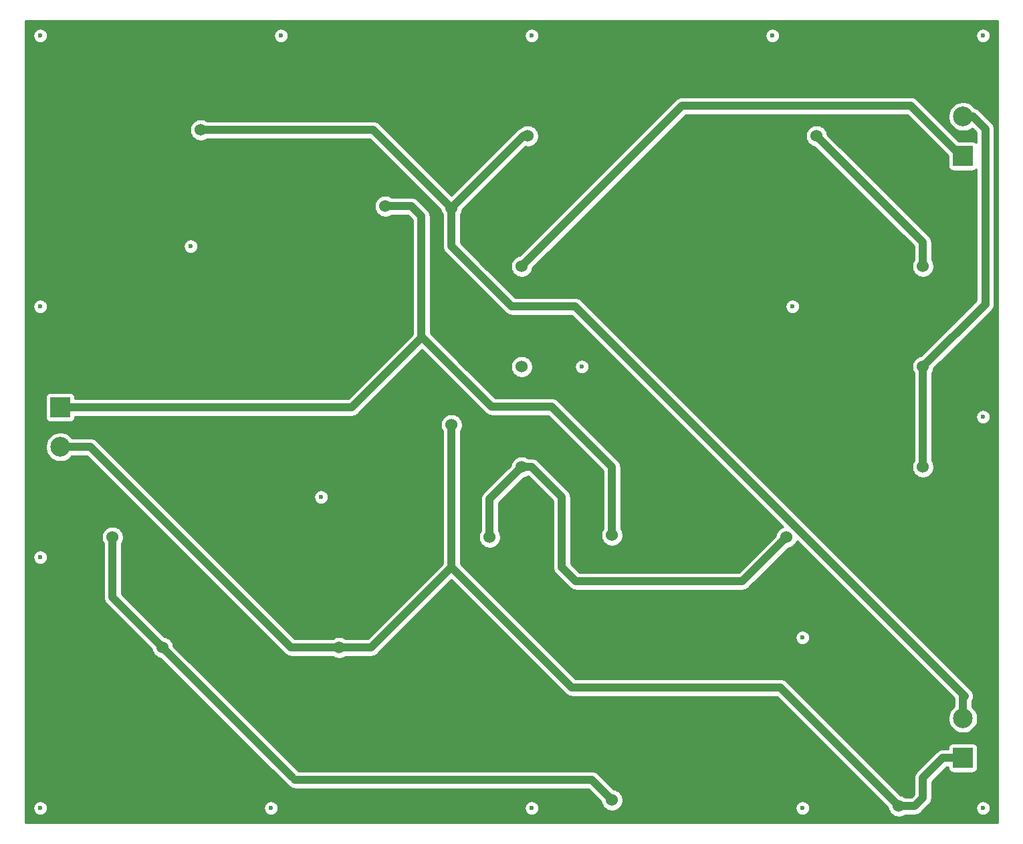
<source format=gbr>
G04 #@! TF.GenerationSoftware,KiCad,Pcbnew,(5.1.4)-1*
G04 #@! TF.CreationDate,2020-05-14T00:19:35-04:00*
G04 #@! TF.ProjectId,Crossover circuit,43726f73-736f-4766-9572-206369726375,rev?*
G04 #@! TF.SameCoordinates,Original*
G04 #@! TF.FileFunction,Copper,L1,Top*
G04 #@! TF.FilePolarity,Positive*
%FSLAX46Y46*%
G04 Gerber Fmt 4.6, Leading zero omitted, Abs format (unit mm)*
G04 Created by KiCad (PCBNEW (5.1.4)-1) date 2020-05-14 00:19:35*
%MOMM*%
%LPD*%
G04 APERTURE LIST*
%ADD10C,0.600000*%
%ADD11C,1.524000*%
%ADD12C,2.500000*%
%ADD13R,2.500000X2.500000*%
%ADD14C,1.000000*%
%ADD15C,0.250000*%
%ADD16C,0.254000*%
G04 APERTURE END LIST*
D10*
X109220000Y-140970000D03*
X176530000Y-140970000D03*
X172720000Y-43180000D03*
X110490000Y-43180000D03*
X99060000Y-69850000D03*
X176530000Y-119380000D03*
X148590000Y-85090000D03*
X175260000Y-77470000D03*
X115570000Y-101600000D03*
X80010000Y-109220000D03*
X80010000Y-77470000D03*
X199390000Y-91440000D03*
X142240000Y-140970000D03*
X142240000Y-43180000D03*
X80010000Y-43180000D03*
X80010000Y-140970000D03*
X199390000Y-140970000D03*
X199390000Y-43180000D03*
D11*
X100330000Y-55118000D03*
X123698000Y-64770000D03*
D12*
X196850000Y-129620000D03*
D13*
X196850000Y-134620000D03*
D12*
X196850000Y-53420000D03*
D13*
X196850000Y-58420000D03*
D12*
X82550000Y-95250000D03*
D13*
X82550000Y-90250000D03*
D11*
X191770000Y-72390000D03*
X140970000Y-72390000D03*
X191770000Y-85090000D03*
X140970000Y-85090000D03*
X191770000Y-97790000D03*
X140970000Y-97790000D03*
X174498000Y-106680000D03*
X188722000Y-140716000D03*
X95504000Y-120650000D03*
X117856000Y-120650000D03*
X141732000Y-55880000D03*
X178308000Y-55880000D03*
X132080000Y-65024000D03*
X132080000Y-92456000D03*
X136906000Y-106680000D03*
X89154000Y-106680000D03*
X152400000Y-139954000D03*
X152400000Y-106426000D03*
D14*
X89154000Y-114300000D02*
X95504000Y-120650000D01*
X89154000Y-106680000D02*
X89154000Y-114300000D01*
X152400000Y-139954000D02*
X149860000Y-137414000D01*
D15*
X112268000Y-137414000D02*
X111887000Y-137033000D01*
D14*
X149860000Y-137414000D02*
X112268000Y-137414000D01*
X111887000Y-137033000D02*
X95504000Y-120650000D01*
X127000000Y-64770000D02*
X123698000Y-64770000D01*
X152400000Y-97790000D02*
X144780000Y-90170000D01*
X152400000Y-106426000D02*
X152400000Y-97790000D01*
X144780000Y-90170000D02*
X137160000Y-90170000D01*
X137160000Y-90170000D02*
X128270000Y-81280000D01*
X128270000Y-81280000D02*
X128270000Y-66040000D01*
X128270000Y-66040000D02*
X127000000Y-64770000D01*
X128270000Y-81440000D02*
X119460000Y-90250000D01*
X128270000Y-81280000D02*
X128270000Y-81440000D01*
X82550000Y-90250000D02*
X119460000Y-90250000D01*
X136906000Y-101854000D02*
X140970000Y-97790000D01*
X136906000Y-106680000D02*
X136906000Y-101854000D01*
X142240000Y-97790000D02*
X140970000Y-97790000D01*
X146050000Y-101600000D02*
X142240000Y-97790000D01*
X146050000Y-110490000D02*
X146050000Y-101600000D01*
X147828000Y-112268000D02*
X146050000Y-110490000D01*
X174498000Y-106680000D02*
X168910000Y-112268000D01*
X168910000Y-112268000D02*
X147828000Y-112268000D01*
D15*
X141224000Y-55880000D02*
X141732000Y-55880000D01*
D14*
X132080000Y-65024000D02*
X141224000Y-55880000D01*
X122174000Y-55118000D02*
X132080000Y-65024000D01*
X100330000Y-55118000D02*
X122174000Y-55118000D01*
X147737766Y-77470000D02*
X139700000Y-77470000D01*
X132080000Y-69850000D02*
X132080000Y-65024000D01*
X139700000Y-77470000D02*
X132080000Y-69850000D01*
X196850000Y-127000000D02*
X197058883Y-126791117D01*
X196850000Y-129620000D02*
X196850000Y-127000000D01*
X197058883Y-126791117D02*
X147737766Y-77470000D01*
X190754000Y-140716000D02*
X188722000Y-140716000D01*
X191770000Y-139700000D02*
X190754000Y-140716000D01*
X191770000Y-137160000D02*
X191770000Y-139700000D01*
X194310000Y-134620000D02*
X191770000Y-137160000D01*
X196620000Y-58420000D02*
X190270000Y-52070000D01*
X161290000Y-52070000D02*
X140970000Y-72390000D01*
X190270000Y-52070000D02*
X161290000Y-52070000D01*
X132080000Y-92456000D02*
X132080000Y-110490000D01*
X121920000Y-120650000D02*
X117856000Y-120650000D01*
X132080000Y-110490000D02*
X121920000Y-120650000D01*
X147320000Y-125730000D02*
X132080000Y-110490000D01*
X173736000Y-125730000D02*
X147320000Y-125730000D01*
X188722000Y-140716000D02*
X173736000Y-125730000D01*
X194310000Y-134620000D02*
X196850000Y-134620000D01*
X117856000Y-120650000D02*
X111760000Y-120650000D01*
X111760000Y-120650000D02*
X86360000Y-95250000D01*
X86360000Y-95250000D02*
X82550000Y-95250000D01*
X191770000Y-69342000D02*
X178308000Y-55880000D01*
X191770000Y-72390000D02*
X191770000Y-69342000D01*
X191770000Y-97790000D02*
X191770000Y-85090000D01*
X199695001Y-77164999D02*
X191770000Y-85090000D01*
X199695001Y-54995001D02*
X199695001Y-77164999D01*
X196850000Y-53420000D02*
X198120000Y-53420000D01*
X198120000Y-53420000D02*
X199695001Y-54995001D01*
D16*
G36*
X201270001Y-142850000D02*
G01*
X78130000Y-142850000D01*
X78130000Y-140877911D01*
X79075000Y-140877911D01*
X79075000Y-141062089D01*
X79110932Y-141242729D01*
X79181414Y-141412889D01*
X79283738Y-141566028D01*
X79413972Y-141696262D01*
X79567111Y-141798586D01*
X79737271Y-141869068D01*
X79917911Y-141905000D01*
X80102089Y-141905000D01*
X80282729Y-141869068D01*
X80452889Y-141798586D01*
X80606028Y-141696262D01*
X80736262Y-141566028D01*
X80838586Y-141412889D01*
X80909068Y-141242729D01*
X80945000Y-141062089D01*
X80945000Y-140877911D01*
X108285000Y-140877911D01*
X108285000Y-141062089D01*
X108320932Y-141242729D01*
X108391414Y-141412889D01*
X108493738Y-141566028D01*
X108623972Y-141696262D01*
X108777111Y-141798586D01*
X108947271Y-141869068D01*
X109127911Y-141905000D01*
X109312089Y-141905000D01*
X109492729Y-141869068D01*
X109662889Y-141798586D01*
X109816028Y-141696262D01*
X109946262Y-141566028D01*
X110048586Y-141412889D01*
X110119068Y-141242729D01*
X110155000Y-141062089D01*
X110155000Y-140877911D01*
X141305000Y-140877911D01*
X141305000Y-141062089D01*
X141340932Y-141242729D01*
X141411414Y-141412889D01*
X141513738Y-141566028D01*
X141643972Y-141696262D01*
X141797111Y-141798586D01*
X141967271Y-141869068D01*
X142147911Y-141905000D01*
X142332089Y-141905000D01*
X142512729Y-141869068D01*
X142682889Y-141798586D01*
X142836028Y-141696262D01*
X142966262Y-141566028D01*
X143068586Y-141412889D01*
X143139068Y-141242729D01*
X143175000Y-141062089D01*
X143175000Y-140877911D01*
X143139068Y-140697271D01*
X143068586Y-140527111D01*
X142966262Y-140373972D01*
X142836028Y-140243738D01*
X142682889Y-140141414D01*
X142512729Y-140070932D01*
X142332089Y-140035000D01*
X142147911Y-140035000D01*
X141967271Y-140070932D01*
X141797111Y-140141414D01*
X141643972Y-140243738D01*
X141513738Y-140373972D01*
X141411414Y-140527111D01*
X141340932Y-140697271D01*
X141305000Y-140877911D01*
X110155000Y-140877911D01*
X110119068Y-140697271D01*
X110048586Y-140527111D01*
X109946262Y-140373972D01*
X109816028Y-140243738D01*
X109662889Y-140141414D01*
X109492729Y-140070932D01*
X109312089Y-140035000D01*
X109127911Y-140035000D01*
X108947271Y-140070932D01*
X108777111Y-140141414D01*
X108623972Y-140243738D01*
X108493738Y-140373972D01*
X108391414Y-140527111D01*
X108320932Y-140697271D01*
X108285000Y-140877911D01*
X80945000Y-140877911D01*
X80909068Y-140697271D01*
X80838586Y-140527111D01*
X80736262Y-140373972D01*
X80606028Y-140243738D01*
X80452889Y-140141414D01*
X80282729Y-140070932D01*
X80102089Y-140035000D01*
X79917911Y-140035000D01*
X79737271Y-140070932D01*
X79567111Y-140141414D01*
X79413972Y-140243738D01*
X79283738Y-140373972D01*
X79181414Y-140527111D01*
X79110932Y-140697271D01*
X79075000Y-140877911D01*
X78130000Y-140877911D01*
X78130000Y-109127911D01*
X79075000Y-109127911D01*
X79075000Y-109312089D01*
X79110932Y-109492729D01*
X79181414Y-109662889D01*
X79283738Y-109816028D01*
X79413972Y-109946262D01*
X79567111Y-110048586D01*
X79737271Y-110119068D01*
X79917911Y-110155000D01*
X80102089Y-110155000D01*
X80282729Y-110119068D01*
X80452889Y-110048586D01*
X80606028Y-109946262D01*
X80736262Y-109816028D01*
X80838586Y-109662889D01*
X80909068Y-109492729D01*
X80945000Y-109312089D01*
X80945000Y-109127911D01*
X80909068Y-108947271D01*
X80838586Y-108777111D01*
X80736262Y-108623972D01*
X80606028Y-108493738D01*
X80452889Y-108391414D01*
X80282729Y-108320932D01*
X80102089Y-108285000D01*
X79917911Y-108285000D01*
X79737271Y-108320932D01*
X79567111Y-108391414D01*
X79413972Y-108493738D01*
X79283738Y-108623972D01*
X79181414Y-108777111D01*
X79110932Y-108947271D01*
X79075000Y-109127911D01*
X78130000Y-109127911D01*
X78130000Y-106542408D01*
X87757000Y-106542408D01*
X87757000Y-106817592D01*
X87810686Y-107087490D01*
X87915995Y-107341727D01*
X88019000Y-107495885D01*
X88019001Y-114244239D01*
X88013509Y-114300000D01*
X88035423Y-114522498D01*
X88100324Y-114736446D01*
X88100325Y-114736447D01*
X88205717Y-114933623D01*
X88347552Y-115106449D01*
X88390860Y-115141991D01*
X94124515Y-120875647D01*
X94160686Y-121057490D01*
X94265995Y-121311727D01*
X94418880Y-121540535D01*
X94613465Y-121735120D01*
X94842273Y-121888005D01*
X95096510Y-121993314D01*
X95278354Y-122029485D01*
X111123856Y-137874988D01*
X111253377Y-137981284D01*
X111296608Y-138004392D01*
X111319716Y-138047623D01*
X111461551Y-138220449D01*
X111634377Y-138362284D01*
X111831553Y-138467676D01*
X112045501Y-138532577D01*
X112212248Y-138549000D01*
X149389869Y-138549000D01*
X151020515Y-140179647D01*
X151056686Y-140361490D01*
X151161995Y-140615727D01*
X151314880Y-140844535D01*
X151509465Y-141039120D01*
X151738273Y-141192005D01*
X151992510Y-141297314D01*
X152262408Y-141351000D01*
X152537592Y-141351000D01*
X152807490Y-141297314D01*
X153061727Y-141192005D01*
X153290535Y-141039120D01*
X153451744Y-140877911D01*
X175595000Y-140877911D01*
X175595000Y-141062089D01*
X175630932Y-141242729D01*
X175701414Y-141412889D01*
X175803738Y-141566028D01*
X175933972Y-141696262D01*
X176087111Y-141798586D01*
X176257271Y-141869068D01*
X176437911Y-141905000D01*
X176622089Y-141905000D01*
X176802729Y-141869068D01*
X176972889Y-141798586D01*
X177126028Y-141696262D01*
X177256262Y-141566028D01*
X177358586Y-141412889D01*
X177429068Y-141242729D01*
X177465000Y-141062089D01*
X177465000Y-140877911D01*
X177429068Y-140697271D01*
X177358586Y-140527111D01*
X177256262Y-140373972D01*
X177126028Y-140243738D01*
X176972889Y-140141414D01*
X176802729Y-140070932D01*
X176622089Y-140035000D01*
X176437911Y-140035000D01*
X176257271Y-140070932D01*
X176087111Y-140141414D01*
X175933972Y-140243738D01*
X175803738Y-140373972D01*
X175701414Y-140527111D01*
X175630932Y-140697271D01*
X175595000Y-140877911D01*
X153451744Y-140877911D01*
X153485120Y-140844535D01*
X153638005Y-140615727D01*
X153743314Y-140361490D01*
X153797000Y-140091592D01*
X153797000Y-139816408D01*
X153743314Y-139546510D01*
X153638005Y-139292273D01*
X153485120Y-139063465D01*
X153290535Y-138868880D01*
X153061727Y-138715995D01*
X152807490Y-138610686D01*
X152625647Y-138574515D01*
X150701996Y-136650865D01*
X150666449Y-136607551D01*
X150493623Y-136465716D01*
X150296447Y-136360324D01*
X150082499Y-136295423D01*
X149915752Y-136279000D01*
X149915751Y-136279000D01*
X149860000Y-136273509D01*
X149804249Y-136279000D01*
X112736492Y-136279000D01*
X112728988Y-136269856D01*
X96883485Y-120424354D01*
X96847314Y-120242510D01*
X96742005Y-119988273D01*
X96589120Y-119759465D01*
X96394535Y-119564880D01*
X96165727Y-119411995D01*
X95911490Y-119306686D01*
X95729647Y-119270515D01*
X90289000Y-113829869D01*
X90289000Y-107495884D01*
X90392005Y-107341727D01*
X90497314Y-107087490D01*
X90551000Y-106817592D01*
X90551000Y-106542408D01*
X90497314Y-106272510D01*
X90392005Y-106018273D01*
X90239120Y-105789465D01*
X90044535Y-105594880D01*
X89815727Y-105441995D01*
X89561490Y-105336686D01*
X89291592Y-105283000D01*
X89016408Y-105283000D01*
X88746510Y-105336686D01*
X88492273Y-105441995D01*
X88263465Y-105594880D01*
X88068880Y-105789465D01*
X87915995Y-106018273D01*
X87810686Y-106272510D01*
X87757000Y-106542408D01*
X78130000Y-106542408D01*
X78130000Y-95064344D01*
X80665000Y-95064344D01*
X80665000Y-95435656D01*
X80737439Y-95799834D01*
X80879534Y-96142882D01*
X81085825Y-96451618D01*
X81348382Y-96714175D01*
X81657118Y-96920466D01*
X82000166Y-97062561D01*
X82364344Y-97135000D01*
X82735656Y-97135000D01*
X83099834Y-97062561D01*
X83442882Y-96920466D01*
X83751618Y-96714175D01*
X84014175Y-96451618D01*
X84058688Y-96385000D01*
X85889869Y-96385000D01*
X110918009Y-121413141D01*
X110953551Y-121456449D01*
X111126377Y-121598284D01*
X111323553Y-121703676D01*
X111537501Y-121768577D01*
X111704248Y-121785000D01*
X111704257Y-121785000D01*
X111759999Y-121790490D01*
X111815741Y-121785000D01*
X117040116Y-121785000D01*
X117194273Y-121888005D01*
X117448510Y-121993314D01*
X117718408Y-122047000D01*
X117993592Y-122047000D01*
X118263490Y-121993314D01*
X118517727Y-121888005D01*
X118671884Y-121785000D01*
X121864249Y-121785000D01*
X121920000Y-121790491D01*
X121975751Y-121785000D01*
X121975752Y-121785000D01*
X122142499Y-121768577D01*
X122356447Y-121703676D01*
X122553623Y-121598284D01*
X122726449Y-121456449D01*
X122761996Y-121413135D01*
X132080000Y-112095132D01*
X146478013Y-126493146D01*
X146513551Y-126536449D01*
X146556854Y-126571987D01*
X146556856Y-126571989D01*
X146686377Y-126678284D01*
X146883553Y-126783676D01*
X147097501Y-126848577D01*
X147320000Y-126870491D01*
X147375752Y-126865000D01*
X173265869Y-126865000D01*
X187342515Y-140941647D01*
X187378686Y-141123490D01*
X187483995Y-141377727D01*
X187636880Y-141606535D01*
X187831465Y-141801120D01*
X188060273Y-141954005D01*
X188314510Y-142059314D01*
X188584408Y-142113000D01*
X188859592Y-142113000D01*
X189129490Y-142059314D01*
X189383727Y-141954005D01*
X189537884Y-141851000D01*
X190698249Y-141851000D01*
X190754000Y-141856491D01*
X190809751Y-141851000D01*
X190809752Y-141851000D01*
X190976499Y-141834577D01*
X191190447Y-141769676D01*
X191387623Y-141664284D01*
X191560449Y-141522449D01*
X191595996Y-141479136D01*
X192197221Y-140877911D01*
X198455000Y-140877911D01*
X198455000Y-141062089D01*
X198490932Y-141242729D01*
X198561414Y-141412889D01*
X198663738Y-141566028D01*
X198793972Y-141696262D01*
X198947111Y-141798586D01*
X199117271Y-141869068D01*
X199297911Y-141905000D01*
X199482089Y-141905000D01*
X199662729Y-141869068D01*
X199832889Y-141798586D01*
X199986028Y-141696262D01*
X200116262Y-141566028D01*
X200218586Y-141412889D01*
X200289068Y-141242729D01*
X200325000Y-141062089D01*
X200325000Y-140877911D01*
X200289068Y-140697271D01*
X200218586Y-140527111D01*
X200116262Y-140373972D01*
X199986028Y-140243738D01*
X199832889Y-140141414D01*
X199662729Y-140070932D01*
X199482089Y-140035000D01*
X199297911Y-140035000D01*
X199117271Y-140070932D01*
X198947111Y-140141414D01*
X198793972Y-140243738D01*
X198663738Y-140373972D01*
X198561414Y-140527111D01*
X198490932Y-140697271D01*
X198455000Y-140877911D01*
X192197221Y-140877911D01*
X192533140Y-140541992D01*
X192576449Y-140506449D01*
X192718284Y-140333623D01*
X192823676Y-140136447D01*
X192888577Y-139922499D01*
X192905000Y-139755752D01*
X192910491Y-139700000D01*
X192905000Y-139644249D01*
X192905000Y-137630131D01*
X194780132Y-135755000D01*
X194961928Y-135755000D01*
X194961928Y-135870000D01*
X194974188Y-135994482D01*
X195010498Y-136114180D01*
X195069463Y-136224494D01*
X195148815Y-136321185D01*
X195245506Y-136400537D01*
X195355820Y-136459502D01*
X195475518Y-136495812D01*
X195600000Y-136508072D01*
X198100000Y-136508072D01*
X198224482Y-136495812D01*
X198344180Y-136459502D01*
X198454494Y-136400537D01*
X198551185Y-136321185D01*
X198630537Y-136224494D01*
X198689502Y-136114180D01*
X198725812Y-135994482D01*
X198738072Y-135870000D01*
X198738072Y-133370000D01*
X198725812Y-133245518D01*
X198689502Y-133125820D01*
X198630537Y-133015506D01*
X198551185Y-132918815D01*
X198454494Y-132839463D01*
X198344180Y-132780498D01*
X198224482Y-132744188D01*
X198100000Y-132731928D01*
X195600000Y-132731928D01*
X195475518Y-132744188D01*
X195355820Y-132780498D01*
X195245506Y-132839463D01*
X195148815Y-132918815D01*
X195069463Y-133015506D01*
X195010498Y-133125820D01*
X194974188Y-133245518D01*
X194961928Y-133370000D01*
X194961928Y-133485000D01*
X194365741Y-133485000D01*
X194309999Y-133479510D01*
X194254257Y-133485000D01*
X194254248Y-133485000D01*
X194087501Y-133501423D01*
X193873553Y-133566324D01*
X193676377Y-133671716D01*
X193503551Y-133813551D01*
X193468009Y-133856859D01*
X191006865Y-136318004D01*
X190963551Y-136353551D01*
X190821716Y-136526377D01*
X190716325Y-136723553D01*
X190716324Y-136723554D01*
X190651423Y-136937502D01*
X190629509Y-137160000D01*
X190635000Y-137215752D01*
X190635001Y-139229868D01*
X190283869Y-139581000D01*
X189537884Y-139581000D01*
X189383727Y-139477995D01*
X189129490Y-139372686D01*
X188947647Y-139336515D01*
X174577996Y-124966865D01*
X174542449Y-124923551D01*
X174369623Y-124781716D01*
X174172447Y-124676324D01*
X173958499Y-124611423D01*
X173791752Y-124595000D01*
X173791751Y-124595000D01*
X173736000Y-124589509D01*
X173680249Y-124595000D01*
X147790133Y-124595000D01*
X142483044Y-119287911D01*
X175595000Y-119287911D01*
X175595000Y-119472089D01*
X175630932Y-119652729D01*
X175701414Y-119822889D01*
X175803738Y-119976028D01*
X175933972Y-120106262D01*
X176087111Y-120208586D01*
X176257271Y-120279068D01*
X176437911Y-120315000D01*
X176622089Y-120315000D01*
X176802729Y-120279068D01*
X176972889Y-120208586D01*
X177126028Y-120106262D01*
X177256262Y-119976028D01*
X177358586Y-119822889D01*
X177429068Y-119652729D01*
X177465000Y-119472089D01*
X177465000Y-119287911D01*
X177429068Y-119107271D01*
X177358586Y-118937111D01*
X177256262Y-118783972D01*
X177126028Y-118653738D01*
X176972889Y-118551414D01*
X176802729Y-118480932D01*
X176622089Y-118445000D01*
X176437911Y-118445000D01*
X176257271Y-118480932D01*
X176087111Y-118551414D01*
X175933972Y-118653738D01*
X175803738Y-118783972D01*
X175701414Y-118937111D01*
X175630932Y-119107271D01*
X175595000Y-119287911D01*
X142483044Y-119287911D01*
X133215000Y-110019869D01*
X133215000Y-93271884D01*
X133318005Y-93117727D01*
X133423314Y-92863490D01*
X133477000Y-92593592D01*
X133477000Y-92318408D01*
X133423314Y-92048510D01*
X133318005Y-91794273D01*
X133165120Y-91565465D01*
X132970535Y-91370880D01*
X132741727Y-91217995D01*
X132487490Y-91112686D01*
X132217592Y-91059000D01*
X131942408Y-91059000D01*
X131672510Y-91112686D01*
X131418273Y-91217995D01*
X131189465Y-91370880D01*
X130994880Y-91565465D01*
X130841995Y-91794273D01*
X130736686Y-92048510D01*
X130683000Y-92318408D01*
X130683000Y-92593592D01*
X130736686Y-92863490D01*
X130841995Y-93117727D01*
X130945000Y-93271885D01*
X130945001Y-110019867D01*
X121449869Y-119515000D01*
X118671884Y-119515000D01*
X118517727Y-119411995D01*
X118263490Y-119306686D01*
X117993592Y-119253000D01*
X117718408Y-119253000D01*
X117448510Y-119306686D01*
X117194273Y-119411995D01*
X117040116Y-119515000D01*
X112230132Y-119515000D01*
X94223043Y-101507911D01*
X114635000Y-101507911D01*
X114635000Y-101692089D01*
X114670932Y-101872729D01*
X114741414Y-102042889D01*
X114843738Y-102196028D01*
X114973972Y-102326262D01*
X115127111Y-102428586D01*
X115297271Y-102499068D01*
X115477911Y-102535000D01*
X115662089Y-102535000D01*
X115842729Y-102499068D01*
X116012889Y-102428586D01*
X116166028Y-102326262D01*
X116296262Y-102196028D01*
X116398586Y-102042889D01*
X116469068Y-101872729D01*
X116505000Y-101692089D01*
X116505000Y-101507911D01*
X116469068Y-101327271D01*
X116398586Y-101157111D01*
X116296262Y-101003972D01*
X116166028Y-100873738D01*
X116012889Y-100771414D01*
X115842729Y-100700932D01*
X115662089Y-100665000D01*
X115477911Y-100665000D01*
X115297271Y-100700932D01*
X115127111Y-100771414D01*
X114973972Y-100873738D01*
X114843738Y-101003972D01*
X114741414Y-101157111D01*
X114670932Y-101327271D01*
X114635000Y-101507911D01*
X94223043Y-101507911D01*
X87201996Y-94486865D01*
X87166449Y-94443551D01*
X86993623Y-94301716D01*
X86796447Y-94196324D01*
X86582499Y-94131423D01*
X86415752Y-94115000D01*
X86415751Y-94115000D01*
X86360000Y-94109509D01*
X86304249Y-94115000D01*
X84058688Y-94115000D01*
X84014175Y-94048382D01*
X83751618Y-93785825D01*
X83442882Y-93579534D01*
X83099834Y-93437439D01*
X82735656Y-93365000D01*
X82364344Y-93365000D01*
X82000166Y-93437439D01*
X81657118Y-93579534D01*
X81348382Y-93785825D01*
X81085825Y-94048382D01*
X80879534Y-94357118D01*
X80737439Y-94700166D01*
X80665000Y-95064344D01*
X78130000Y-95064344D01*
X78130000Y-89000000D01*
X80661928Y-89000000D01*
X80661928Y-91500000D01*
X80674188Y-91624482D01*
X80710498Y-91744180D01*
X80769463Y-91854494D01*
X80848815Y-91951185D01*
X80945506Y-92030537D01*
X81055820Y-92089502D01*
X81175518Y-92125812D01*
X81300000Y-92138072D01*
X83800000Y-92138072D01*
X83924482Y-92125812D01*
X84044180Y-92089502D01*
X84154494Y-92030537D01*
X84251185Y-91951185D01*
X84330537Y-91854494D01*
X84389502Y-91744180D01*
X84425812Y-91624482D01*
X84438072Y-91500000D01*
X84438072Y-91385000D01*
X119404249Y-91385000D01*
X119460000Y-91390491D01*
X119515751Y-91385000D01*
X119515752Y-91385000D01*
X119682499Y-91368577D01*
X119896447Y-91303676D01*
X120093623Y-91198284D01*
X120266449Y-91056449D01*
X120301996Y-91013135D01*
X128350000Y-82965132D01*
X136318013Y-90933146D01*
X136353551Y-90976449D01*
X136396854Y-91011987D01*
X136396856Y-91011989D01*
X136526377Y-91118284D01*
X136723553Y-91223676D01*
X136937501Y-91288577D01*
X137160000Y-91310491D01*
X137215752Y-91305000D01*
X144309869Y-91305000D01*
X151265001Y-98260133D01*
X151265000Y-105610115D01*
X151161995Y-105764273D01*
X151056686Y-106018510D01*
X151003000Y-106288408D01*
X151003000Y-106563592D01*
X151056686Y-106833490D01*
X151161995Y-107087727D01*
X151314880Y-107316535D01*
X151509465Y-107511120D01*
X151738273Y-107664005D01*
X151992510Y-107769314D01*
X152262408Y-107823000D01*
X152537592Y-107823000D01*
X152807490Y-107769314D01*
X153061727Y-107664005D01*
X153290535Y-107511120D01*
X153485120Y-107316535D01*
X153638005Y-107087727D01*
X153743314Y-106833490D01*
X153797000Y-106563592D01*
X153797000Y-106288408D01*
X153743314Y-106018510D01*
X153638005Y-105764273D01*
X153535000Y-105610116D01*
X153535000Y-97845741D01*
X153540490Y-97789999D01*
X153535000Y-97734257D01*
X153535000Y-97734248D01*
X153518577Y-97567501D01*
X153453676Y-97353553D01*
X153348284Y-97156377D01*
X153206449Y-96983551D01*
X153163141Y-96948009D01*
X145621996Y-89406865D01*
X145586449Y-89363551D01*
X145413623Y-89221716D01*
X145216447Y-89116324D01*
X145002499Y-89051423D01*
X144835752Y-89035000D01*
X144835751Y-89035000D01*
X144780000Y-89029509D01*
X144724249Y-89035000D01*
X137630133Y-89035000D01*
X133547541Y-84952408D01*
X139573000Y-84952408D01*
X139573000Y-85227592D01*
X139626686Y-85497490D01*
X139731995Y-85751727D01*
X139884880Y-85980535D01*
X140079465Y-86175120D01*
X140308273Y-86328005D01*
X140562510Y-86433314D01*
X140832408Y-86487000D01*
X141107592Y-86487000D01*
X141377490Y-86433314D01*
X141631727Y-86328005D01*
X141860535Y-86175120D01*
X142055120Y-85980535D01*
X142208005Y-85751727D01*
X142313314Y-85497490D01*
X142367000Y-85227592D01*
X142367000Y-84997911D01*
X147655000Y-84997911D01*
X147655000Y-85182089D01*
X147690932Y-85362729D01*
X147761414Y-85532889D01*
X147863738Y-85686028D01*
X147993972Y-85816262D01*
X148147111Y-85918586D01*
X148317271Y-85989068D01*
X148497911Y-86025000D01*
X148682089Y-86025000D01*
X148862729Y-85989068D01*
X149032889Y-85918586D01*
X149186028Y-85816262D01*
X149316262Y-85686028D01*
X149418586Y-85532889D01*
X149489068Y-85362729D01*
X149525000Y-85182089D01*
X149525000Y-84997911D01*
X149489068Y-84817271D01*
X149418586Y-84647111D01*
X149316262Y-84493972D01*
X149186028Y-84363738D01*
X149032889Y-84261414D01*
X148862729Y-84190932D01*
X148682089Y-84155000D01*
X148497911Y-84155000D01*
X148317271Y-84190932D01*
X148147111Y-84261414D01*
X147993972Y-84363738D01*
X147863738Y-84493972D01*
X147761414Y-84647111D01*
X147690932Y-84817271D01*
X147655000Y-84997911D01*
X142367000Y-84997911D01*
X142367000Y-84952408D01*
X142313314Y-84682510D01*
X142208005Y-84428273D01*
X142055120Y-84199465D01*
X141860535Y-84004880D01*
X141631727Y-83851995D01*
X141377490Y-83746686D01*
X141107592Y-83693000D01*
X140832408Y-83693000D01*
X140562510Y-83746686D01*
X140308273Y-83851995D01*
X140079465Y-84004880D01*
X139884880Y-84199465D01*
X139731995Y-84428273D01*
X139626686Y-84682510D01*
X139573000Y-84952408D01*
X133547541Y-84952408D01*
X129405000Y-80809869D01*
X129405000Y-66095743D01*
X129410490Y-66039999D01*
X129405000Y-65984255D01*
X129405000Y-65984248D01*
X129388577Y-65817501D01*
X129323676Y-65603553D01*
X129218284Y-65406377D01*
X129076449Y-65233551D01*
X129033140Y-65198008D01*
X127841996Y-64006865D01*
X127806449Y-63963551D01*
X127633623Y-63821716D01*
X127436447Y-63716324D01*
X127222499Y-63651423D01*
X127055752Y-63635000D01*
X127055751Y-63635000D01*
X127000000Y-63629509D01*
X126944249Y-63635000D01*
X124513884Y-63635000D01*
X124359727Y-63531995D01*
X124105490Y-63426686D01*
X123835592Y-63373000D01*
X123560408Y-63373000D01*
X123290510Y-63426686D01*
X123036273Y-63531995D01*
X122807465Y-63684880D01*
X122612880Y-63879465D01*
X122459995Y-64108273D01*
X122354686Y-64362510D01*
X122301000Y-64632408D01*
X122301000Y-64907592D01*
X122354686Y-65177490D01*
X122459995Y-65431727D01*
X122612880Y-65660535D01*
X122807465Y-65855120D01*
X123036273Y-66008005D01*
X123290510Y-66113314D01*
X123560408Y-66167000D01*
X123835592Y-66167000D01*
X124105490Y-66113314D01*
X124359727Y-66008005D01*
X124513884Y-65905000D01*
X126529869Y-65905000D01*
X127135001Y-66510133D01*
X127135000Y-80969868D01*
X118989869Y-89115000D01*
X84438072Y-89115000D01*
X84438072Y-89000000D01*
X84425812Y-88875518D01*
X84389502Y-88755820D01*
X84330537Y-88645506D01*
X84251185Y-88548815D01*
X84154494Y-88469463D01*
X84044180Y-88410498D01*
X83924482Y-88374188D01*
X83800000Y-88361928D01*
X81300000Y-88361928D01*
X81175518Y-88374188D01*
X81055820Y-88410498D01*
X80945506Y-88469463D01*
X80848815Y-88548815D01*
X80769463Y-88645506D01*
X80710498Y-88755820D01*
X80674188Y-88875518D01*
X80661928Y-89000000D01*
X78130000Y-89000000D01*
X78130000Y-77377911D01*
X79075000Y-77377911D01*
X79075000Y-77562089D01*
X79110932Y-77742729D01*
X79181414Y-77912889D01*
X79283738Y-78066028D01*
X79413972Y-78196262D01*
X79567111Y-78298586D01*
X79737271Y-78369068D01*
X79917911Y-78405000D01*
X80102089Y-78405000D01*
X80282729Y-78369068D01*
X80452889Y-78298586D01*
X80606028Y-78196262D01*
X80736262Y-78066028D01*
X80838586Y-77912889D01*
X80909068Y-77742729D01*
X80945000Y-77562089D01*
X80945000Y-77377911D01*
X80909068Y-77197271D01*
X80838586Y-77027111D01*
X80736262Y-76873972D01*
X80606028Y-76743738D01*
X80452889Y-76641414D01*
X80282729Y-76570932D01*
X80102089Y-76535000D01*
X79917911Y-76535000D01*
X79737271Y-76570932D01*
X79567111Y-76641414D01*
X79413972Y-76743738D01*
X79283738Y-76873972D01*
X79181414Y-77027111D01*
X79110932Y-77197271D01*
X79075000Y-77377911D01*
X78130000Y-77377911D01*
X78130000Y-69757911D01*
X98125000Y-69757911D01*
X98125000Y-69942089D01*
X98160932Y-70122729D01*
X98231414Y-70292889D01*
X98333738Y-70446028D01*
X98463972Y-70576262D01*
X98617111Y-70678586D01*
X98787271Y-70749068D01*
X98967911Y-70785000D01*
X99152089Y-70785000D01*
X99332729Y-70749068D01*
X99502889Y-70678586D01*
X99656028Y-70576262D01*
X99786262Y-70446028D01*
X99888586Y-70292889D01*
X99959068Y-70122729D01*
X99995000Y-69942089D01*
X99995000Y-69757911D01*
X99959068Y-69577271D01*
X99888586Y-69407111D01*
X99786262Y-69253972D01*
X99656028Y-69123738D01*
X99502889Y-69021414D01*
X99332729Y-68950932D01*
X99152089Y-68915000D01*
X98967911Y-68915000D01*
X98787271Y-68950932D01*
X98617111Y-69021414D01*
X98463972Y-69123738D01*
X98333738Y-69253972D01*
X98231414Y-69407111D01*
X98160932Y-69577271D01*
X98125000Y-69757911D01*
X78130000Y-69757911D01*
X78130000Y-54980408D01*
X98933000Y-54980408D01*
X98933000Y-55255592D01*
X98986686Y-55525490D01*
X99091995Y-55779727D01*
X99244880Y-56008535D01*
X99439465Y-56203120D01*
X99668273Y-56356005D01*
X99922510Y-56461314D01*
X100192408Y-56515000D01*
X100467592Y-56515000D01*
X100737490Y-56461314D01*
X100991727Y-56356005D01*
X101145884Y-56253000D01*
X121703869Y-56253000D01*
X130700515Y-65249648D01*
X130736686Y-65431490D01*
X130841995Y-65685727D01*
X130945001Y-65839886D01*
X130945000Y-69794248D01*
X130939509Y-69850000D01*
X130945000Y-69905751D01*
X130961423Y-70072498D01*
X131026324Y-70286446D01*
X131131716Y-70483623D01*
X131273551Y-70656449D01*
X131316865Y-70691996D01*
X138858009Y-78233141D01*
X138893551Y-78276449D01*
X139066377Y-78418284D01*
X139263553Y-78523676D01*
X139477501Y-78588577D01*
X139644248Y-78605000D01*
X139644257Y-78605000D01*
X139699999Y-78610490D01*
X139755741Y-78605000D01*
X147267635Y-78605000D01*
X174026029Y-105363395D01*
X173836273Y-105441995D01*
X173607465Y-105594880D01*
X173412880Y-105789465D01*
X173259995Y-106018273D01*
X173154686Y-106272510D01*
X173118515Y-106454353D01*
X168439869Y-111133000D01*
X148298133Y-111133000D01*
X147185000Y-110019869D01*
X147185000Y-101655752D01*
X147190491Y-101600000D01*
X147168577Y-101377501D01*
X147103676Y-101163553D01*
X146998284Y-100966377D01*
X146891989Y-100836856D01*
X146891987Y-100836854D01*
X146856449Y-100793551D01*
X146813146Y-100758013D01*
X143081996Y-97026865D01*
X143046449Y-96983551D01*
X142873623Y-96841716D01*
X142676447Y-96736324D01*
X142462499Y-96671423D01*
X142295752Y-96655000D01*
X142295751Y-96655000D01*
X142240000Y-96649509D01*
X142184249Y-96655000D01*
X141785884Y-96655000D01*
X141631727Y-96551995D01*
X141377490Y-96446686D01*
X141107592Y-96393000D01*
X140832408Y-96393000D01*
X140562510Y-96446686D01*
X140308273Y-96551995D01*
X140079465Y-96704880D01*
X139884880Y-96899465D01*
X139731995Y-97128273D01*
X139626686Y-97382510D01*
X139590515Y-97564353D01*
X136142860Y-101012009D01*
X136099552Y-101047551D01*
X135957717Y-101220377D01*
X135901384Y-101325770D01*
X135852324Y-101417554D01*
X135787423Y-101631502D01*
X135765509Y-101854000D01*
X135771001Y-101909761D01*
X135771000Y-105864115D01*
X135667995Y-106018273D01*
X135562686Y-106272510D01*
X135509000Y-106542408D01*
X135509000Y-106817592D01*
X135562686Y-107087490D01*
X135667995Y-107341727D01*
X135820880Y-107570535D01*
X136015465Y-107765120D01*
X136244273Y-107918005D01*
X136498510Y-108023314D01*
X136768408Y-108077000D01*
X137043592Y-108077000D01*
X137313490Y-108023314D01*
X137567727Y-107918005D01*
X137796535Y-107765120D01*
X137991120Y-107570535D01*
X138144005Y-107341727D01*
X138249314Y-107087490D01*
X138303000Y-106817592D01*
X138303000Y-106542408D01*
X138249314Y-106272510D01*
X138144005Y-106018273D01*
X138041000Y-105864116D01*
X138041000Y-102324131D01*
X141195647Y-99169485D01*
X141377490Y-99133314D01*
X141631727Y-99028005D01*
X141776284Y-98931415D01*
X144915001Y-102070134D01*
X144915000Y-110434248D01*
X144909509Y-110490000D01*
X144915000Y-110545751D01*
X144931423Y-110712498D01*
X144996324Y-110926446D01*
X145101716Y-111123623D01*
X145243551Y-111296449D01*
X145286864Y-111331995D01*
X146986013Y-113031146D01*
X147021551Y-113074449D01*
X147064854Y-113109987D01*
X147064856Y-113109989D01*
X147194377Y-113216284D01*
X147391553Y-113321676D01*
X147605501Y-113386577D01*
X147828000Y-113408491D01*
X147883752Y-113403000D01*
X168854249Y-113403000D01*
X168910000Y-113408491D01*
X168965751Y-113403000D01*
X168965752Y-113403000D01*
X169132499Y-113386577D01*
X169346447Y-113321676D01*
X169543623Y-113216284D01*
X169716449Y-113074449D01*
X169751996Y-113031135D01*
X174723647Y-108059485D01*
X174905490Y-108023314D01*
X175159727Y-107918005D01*
X175388535Y-107765120D01*
X175583120Y-107570535D01*
X175736005Y-107341727D01*
X175814605Y-107151971D01*
X195714630Y-127051997D01*
X195715001Y-127055761D01*
X195715001Y-128111312D01*
X195648382Y-128155825D01*
X195385825Y-128418382D01*
X195179534Y-128727118D01*
X195037439Y-129070166D01*
X194965000Y-129434344D01*
X194965000Y-129805656D01*
X195037439Y-130169834D01*
X195179534Y-130512882D01*
X195385825Y-130821618D01*
X195648382Y-131084175D01*
X195957118Y-131290466D01*
X196300166Y-131432561D01*
X196664344Y-131505000D01*
X197035656Y-131505000D01*
X197399834Y-131432561D01*
X197742882Y-131290466D01*
X198051618Y-131084175D01*
X198314175Y-130821618D01*
X198520466Y-130512882D01*
X198662561Y-130169834D01*
X198735000Y-129805656D01*
X198735000Y-129434344D01*
X198662561Y-129070166D01*
X198520466Y-128727118D01*
X198314175Y-128418382D01*
X198051618Y-128155825D01*
X197985000Y-128111312D01*
X197985000Y-127451750D01*
X198007167Y-127424740D01*
X198112559Y-127227564D01*
X198177460Y-127013616D01*
X198199374Y-126791117D01*
X198177460Y-126568618D01*
X198112559Y-126354670D01*
X198007167Y-126157494D01*
X197900872Y-126027973D01*
X197900860Y-126027961D01*
X197865331Y-125984669D01*
X197822039Y-125949140D01*
X149250809Y-77377911D01*
X174325000Y-77377911D01*
X174325000Y-77562089D01*
X174360932Y-77742729D01*
X174431414Y-77912889D01*
X174533738Y-78066028D01*
X174663972Y-78196262D01*
X174817111Y-78298586D01*
X174987271Y-78369068D01*
X175167911Y-78405000D01*
X175352089Y-78405000D01*
X175532729Y-78369068D01*
X175702889Y-78298586D01*
X175856028Y-78196262D01*
X175986262Y-78066028D01*
X176088586Y-77912889D01*
X176159068Y-77742729D01*
X176195000Y-77562089D01*
X176195000Y-77377911D01*
X176159068Y-77197271D01*
X176088586Y-77027111D01*
X175986262Y-76873972D01*
X175856028Y-76743738D01*
X175702889Y-76641414D01*
X175532729Y-76570932D01*
X175352089Y-76535000D01*
X175167911Y-76535000D01*
X174987271Y-76570932D01*
X174817111Y-76641414D01*
X174663972Y-76743738D01*
X174533738Y-76873972D01*
X174431414Y-77027111D01*
X174360932Y-77197271D01*
X174325000Y-77377911D01*
X149250809Y-77377911D01*
X148579762Y-76706865D01*
X148544215Y-76663551D01*
X148371389Y-76521716D01*
X148174213Y-76416324D01*
X147960265Y-76351423D01*
X147793518Y-76335000D01*
X147793517Y-76335000D01*
X147737766Y-76329509D01*
X147682015Y-76335000D01*
X140170132Y-76335000D01*
X136087540Y-72252408D01*
X139573000Y-72252408D01*
X139573000Y-72527592D01*
X139626686Y-72797490D01*
X139731995Y-73051727D01*
X139884880Y-73280535D01*
X140079465Y-73475120D01*
X140308273Y-73628005D01*
X140562510Y-73733314D01*
X140832408Y-73787000D01*
X141107592Y-73787000D01*
X141377490Y-73733314D01*
X141631727Y-73628005D01*
X141860535Y-73475120D01*
X142055120Y-73280535D01*
X142208005Y-73051727D01*
X142313314Y-72797490D01*
X142349485Y-72615646D01*
X159222724Y-55742408D01*
X176911000Y-55742408D01*
X176911000Y-56017592D01*
X176964686Y-56287490D01*
X177069995Y-56541727D01*
X177222880Y-56770535D01*
X177417465Y-56965120D01*
X177646273Y-57118005D01*
X177900510Y-57223314D01*
X178082354Y-57259485D01*
X190635001Y-69812133D01*
X190635000Y-71574115D01*
X190531995Y-71728273D01*
X190426686Y-71982510D01*
X190373000Y-72252408D01*
X190373000Y-72527592D01*
X190426686Y-72797490D01*
X190531995Y-73051727D01*
X190684880Y-73280535D01*
X190879465Y-73475120D01*
X191108273Y-73628005D01*
X191362510Y-73733314D01*
X191632408Y-73787000D01*
X191907592Y-73787000D01*
X192177490Y-73733314D01*
X192431727Y-73628005D01*
X192660535Y-73475120D01*
X192855120Y-73280535D01*
X193008005Y-73051727D01*
X193113314Y-72797490D01*
X193167000Y-72527592D01*
X193167000Y-72252408D01*
X193113314Y-71982510D01*
X193008005Y-71728273D01*
X192905000Y-71574116D01*
X192905000Y-69397751D01*
X192910491Y-69342000D01*
X192888577Y-69119501D01*
X192823676Y-68905553D01*
X192765292Y-68796324D01*
X192718284Y-68708377D01*
X192576449Y-68535551D01*
X192533141Y-68500009D01*
X179687485Y-55654354D01*
X179651314Y-55472510D01*
X179546005Y-55218273D01*
X179393120Y-54989465D01*
X179198535Y-54794880D01*
X178969727Y-54641995D01*
X178715490Y-54536686D01*
X178445592Y-54483000D01*
X178170408Y-54483000D01*
X177900510Y-54536686D01*
X177646273Y-54641995D01*
X177417465Y-54794880D01*
X177222880Y-54989465D01*
X177069995Y-55218273D01*
X176964686Y-55472510D01*
X176911000Y-55742408D01*
X159222724Y-55742408D01*
X161760133Y-53205000D01*
X189799869Y-53205000D01*
X194961928Y-58367060D01*
X194961928Y-59670000D01*
X194974188Y-59794482D01*
X195010498Y-59914180D01*
X195069463Y-60024494D01*
X195148815Y-60121185D01*
X195245506Y-60200537D01*
X195355820Y-60259502D01*
X195475518Y-60295812D01*
X195600000Y-60308072D01*
X198100000Y-60308072D01*
X198224482Y-60295812D01*
X198344180Y-60259502D01*
X198454494Y-60200537D01*
X198551185Y-60121185D01*
X198560001Y-60110442D01*
X198560002Y-76694866D01*
X191544354Y-83710515D01*
X191362510Y-83746686D01*
X191108273Y-83851995D01*
X190879465Y-84004880D01*
X190684880Y-84199465D01*
X190531995Y-84428273D01*
X190426686Y-84682510D01*
X190373000Y-84952408D01*
X190373000Y-85227592D01*
X190426686Y-85497490D01*
X190531995Y-85751727D01*
X190635001Y-85905886D01*
X190635000Y-96974115D01*
X190531995Y-97128273D01*
X190426686Y-97382510D01*
X190373000Y-97652408D01*
X190373000Y-97927592D01*
X190426686Y-98197490D01*
X190531995Y-98451727D01*
X190684880Y-98680535D01*
X190879465Y-98875120D01*
X191108273Y-99028005D01*
X191362510Y-99133314D01*
X191632408Y-99187000D01*
X191907592Y-99187000D01*
X192177490Y-99133314D01*
X192431727Y-99028005D01*
X192660535Y-98875120D01*
X192855120Y-98680535D01*
X193008005Y-98451727D01*
X193113314Y-98197490D01*
X193167000Y-97927592D01*
X193167000Y-97652408D01*
X193113314Y-97382510D01*
X193008005Y-97128273D01*
X192905000Y-96974116D01*
X192905000Y-91347911D01*
X198455000Y-91347911D01*
X198455000Y-91532089D01*
X198490932Y-91712729D01*
X198561414Y-91882889D01*
X198663738Y-92036028D01*
X198793972Y-92166262D01*
X198947111Y-92268586D01*
X199117271Y-92339068D01*
X199297911Y-92375000D01*
X199482089Y-92375000D01*
X199662729Y-92339068D01*
X199832889Y-92268586D01*
X199986028Y-92166262D01*
X200116262Y-92036028D01*
X200218586Y-91882889D01*
X200289068Y-91712729D01*
X200325000Y-91532089D01*
X200325000Y-91347911D01*
X200289068Y-91167271D01*
X200218586Y-90997111D01*
X200116262Y-90843972D01*
X199986028Y-90713738D01*
X199832889Y-90611414D01*
X199662729Y-90540932D01*
X199482089Y-90505000D01*
X199297911Y-90505000D01*
X199117271Y-90540932D01*
X198947111Y-90611414D01*
X198793972Y-90713738D01*
X198663738Y-90843972D01*
X198561414Y-90997111D01*
X198490932Y-91167271D01*
X198455000Y-91347911D01*
X192905000Y-91347911D01*
X192905000Y-85905884D01*
X193008005Y-85751727D01*
X193113314Y-85497490D01*
X193149485Y-85315646D01*
X200458142Y-78006990D01*
X200501450Y-77971448D01*
X200643285Y-77798622D01*
X200748677Y-77601446D01*
X200813578Y-77387498D01*
X200830001Y-77220751D01*
X200835492Y-77164999D01*
X200830001Y-77109247D01*
X200830001Y-55050753D01*
X200835492Y-54995001D01*
X200813578Y-54772502D01*
X200748677Y-54558554D01*
X200643285Y-54361378D01*
X200602393Y-54311551D01*
X200501450Y-54188552D01*
X200458141Y-54153010D01*
X198961996Y-52656865D01*
X198926449Y-52613551D01*
X198753623Y-52471716D01*
X198556447Y-52366324D01*
X198376566Y-52311757D01*
X198314175Y-52218382D01*
X198051618Y-51955825D01*
X197742882Y-51749534D01*
X197399834Y-51607439D01*
X197035656Y-51535000D01*
X196664344Y-51535000D01*
X196300166Y-51607439D01*
X195957118Y-51749534D01*
X195648382Y-51955825D01*
X195385825Y-52218382D01*
X195179534Y-52527118D01*
X195037439Y-52870166D01*
X194965000Y-53234344D01*
X194965000Y-53605656D01*
X195037439Y-53969834D01*
X195179534Y-54312882D01*
X195385825Y-54621618D01*
X195648382Y-54884175D01*
X195957118Y-55090466D01*
X196300166Y-55232561D01*
X196664344Y-55305000D01*
X197035656Y-55305000D01*
X197399834Y-55232561D01*
X197742882Y-55090466D01*
X198008113Y-54913244D01*
X198560001Y-55465133D01*
X198560001Y-56729557D01*
X198551185Y-56718815D01*
X198454494Y-56639463D01*
X198344180Y-56580498D01*
X198224482Y-56544188D01*
X198100000Y-56531928D01*
X196337060Y-56531928D01*
X191111996Y-51306865D01*
X191076449Y-51263551D01*
X190903623Y-51121716D01*
X190706447Y-51016324D01*
X190492499Y-50951423D01*
X190325752Y-50935000D01*
X190325751Y-50935000D01*
X190270000Y-50929509D01*
X190214249Y-50935000D01*
X161345752Y-50935000D01*
X161290000Y-50929509D01*
X161067501Y-50951423D01*
X160853553Y-51016324D01*
X160656377Y-51121716D01*
X160526856Y-51228011D01*
X160526855Y-51228012D01*
X160483551Y-51263551D01*
X160448013Y-51306854D01*
X140744354Y-71010515D01*
X140562510Y-71046686D01*
X140308273Y-71151995D01*
X140079465Y-71304880D01*
X139884880Y-71499465D01*
X139731995Y-71728273D01*
X139626686Y-71982510D01*
X139573000Y-72252408D01*
X136087540Y-72252408D01*
X133215000Y-69379869D01*
X133215000Y-65839884D01*
X133318005Y-65685727D01*
X133423314Y-65431490D01*
X133459485Y-65249646D01*
X141459055Y-57250077D01*
X141594408Y-57277000D01*
X141869592Y-57277000D01*
X142139490Y-57223314D01*
X142393727Y-57118005D01*
X142622535Y-56965120D01*
X142817120Y-56770535D01*
X142970005Y-56541727D01*
X143075314Y-56287490D01*
X143129000Y-56017592D01*
X143129000Y-55742408D01*
X143075314Y-55472510D01*
X142970005Y-55218273D01*
X142817120Y-54989465D01*
X142622535Y-54794880D01*
X142393727Y-54641995D01*
X142139490Y-54536686D01*
X141869592Y-54483000D01*
X141594408Y-54483000D01*
X141324510Y-54536686D01*
X141070273Y-54641995D01*
X140841465Y-54794880D01*
X140819804Y-54816541D01*
X140787553Y-54826324D01*
X140590377Y-54931716D01*
X140460856Y-55038012D01*
X132080001Y-63418868D01*
X123015996Y-54354865D01*
X122980449Y-54311551D01*
X122807623Y-54169716D01*
X122610447Y-54064324D01*
X122396499Y-53999423D01*
X122229752Y-53983000D01*
X122229751Y-53983000D01*
X122174000Y-53977509D01*
X122118249Y-53983000D01*
X101145884Y-53983000D01*
X100991727Y-53879995D01*
X100737490Y-53774686D01*
X100467592Y-53721000D01*
X100192408Y-53721000D01*
X99922510Y-53774686D01*
X99668273Y-53879995D01*
X99439465Y-54032880D01*
X99244880Y-54227465D01*
X99091995Y-54456273D01*
X98986686Y-54710510D01*
X98933000Y-54980408D01*
X78130000Y-54980408D01*
X78130000Y-43087911D01*
X79075000Y-43087911D01*
X79075000Y-43272089D01*
X79110932Y-43452729D01*
X79181414Y-43622889D01*
X79283738Y-43776028D01*
X79413972Y-43906262D01*
X79567111Y-44008586D01*
X79737271Y-44079068D01*
X79917911Y-44115000D01*
X80102089Y-44115000D01*
X80282729Y-44079068D01*
X80452889Y-44008586D01*
X80606028Y-43906262D01*
X80736262Y-43776028D01*
X80838586Y-43622889D01*
X80909068Y-43452729D01*
X80945000Y-43272089D01*
X80945000Y-43087911D01*
X109555000Y-43087911D01*
X109555000Y-43272089D01*
X109590932Y-43452729D01*
X109661414Y-43622889D01*
X109763738Y-43776028D01*
X109893972Y-43906262D01*
X110047111Y-44008586D01*
X110217271Y-44079068D01*
X110397911Y-44115000D01*
X110582089Y-44115000D01*
X110762729Y-44079068D01*
X110932889Y-44008586D01*
X111086028Y-43906262D01*
X111216262Y-43776028D01*
X111318586Y-43622889D01*
X111389068Y-43452729D01*
X111425000Y-43272089D01*
X111425000Y-43087911D01*
X141305000Y-43087911D01*
X141305000Y-43272089D01*
X141340932Y-43452729D01*
X141411414Y-43622889D01*
X141513738Y-43776028D01*
X141643972Y-43906262D01*
X141797111Y-44008586D01*
X141967271Y-44079068D01*
X142147911Y-44115000D01*
X142332089Y-44115000D01*
X142512729Y-44079068D01*
X142682889Y-44008586D01*
X142836028Y-43906262D01*
X142966262Y-43776028D01*
X143068586Y-43622889D01*
X143139068Y-43452729D01*
X143175000Y-43272089D01*
X143175000Y-43087911D01*
X171785000Y-43087911D01*
X171785000Y-43272089D01*
X171820932Y-43452729D01*
X171891414Y-43622889D01*
X171993738Y-43776028D01*
X172123972Y-43906262D01*
X172277111Y-44008586D01*
X172447271Y-44079068D01*
X172627911Y-44115000D01*
X172812089Y-44115000D01*
X172992729Y-44079068D01*
X173162889Y-44008586D01*
X173316028Y-43906262D01*
X173446262Y-43776028D01*
X173548586Y-43622889D01*
X173619068Y-43452729D01*
X173655000Y-43272089D01*
X173655000Y-43087911D01*
X198455000Y-43087911D01*
X198455000Y-43272089D01*
X198490932Y-43452729D01*
X198561414Y-43622889D01*
X198663738Y-43776028D01*
X198793972Y-43906262D01*
X198947111Y-44008586D01*
X199117271Y-44079068D01*
X199297911Y-44115000D01*
X199482089Y-44115000D01*
X199662729Y-44079068D01*
X199832889Y-44008586D01*
X199986028Y-43906262D01*
X200116262Y-43776028D01*
X200218586Y-43622889D01*
X200289068Y-43452729D01*
X200325000Y-43272089D01*
X200325000Y-43087911D01*
X200289068Y-42907271D01*
X200218586Y-42737111D01*
X200116262Y-42583972D01*
X199986028Y-42453738D01*
X199832889Y-42351414D01*
X199662729Y-42280932D01*
X199482089Y-42245000D01*
X199297911Y-42245000D01*
X199117271Y-42280932D01*
X198947111Y-42351414D01*
X198793972Y-42453738D01*
X198663738Y-42583972D01*
X198561414Y-42737111D01*
X198490932Y-42907271D01*
X198455000Y-43087911D01*
X173655000Y-43087911D01*
X173619068Y-42907271D01*
X173548586Y-42737111D01*
X173446262Y-42583972D01*
X173316028Y-42453738D01*
X173162889Y-42351414D01*
X172992729Y-42280932D01*
X172812089Y-42245000D01*
X172627911Y-42245000D01*
X172447271Y-42280932D01*
X172277111Y-42351414D01*
X172123972Y-42453738D01*
X171993738Y-42583972D01*
X171891414Y-42737111D01*
X171820932Y-42907271D01*
X171785000Y-43087911D01*
X143175000Y-43087911D01*
X143139068Y-42907271D01*
X143068586Y-42737111D01*
X142966262Y-42583972D01*
X142836028Y-42453738D01*
X142682889Y-42351414D01*
X142512729Y-42280932D01*
X142332089Y-42245000D01*
X142147911Y-42245000D01*
X141967271Y-42280932D01*
X141797111Y-42351414D01*
X141643972Y-42453738D01*
X141513738Y-42583972D01*
X141411414Y-42737111D01*
X141340932Y-42907271D01*
X141305000Y-43087911D01*
X111425000Y-43087911D01*
X111389068Y-42907271D01*
X111318586Y-42737111D01*
X111216262Y-42583972D01*
X111086028Y-42453738D01*
X110932889Y-42351414D01*
X110762729Y-42280932D01*
X110582089Y-42245000D01*
X110397911Y-42245000D01*
X110217271Y-42280932D01*
X110047111Y-42351414D01*
X109893972Y-42453738D01*
X109763738Y-42583972D01*
X109661414Y-42737111D01*
X109590932Y-42907271D01*
X109555000Y-43087911D01*
X80945000Y-43087911D01*
X80909068Y-42907271D01*
X80838586Y-42737111D01*
X80736262Y-42583972D01*
X80606028Y-42453738D01*
X80452889Y-42351414D01*
X80282729Y-42280932D01*
X80102089Y-42245000D01*
X79917911Y-42245000D01*
X79737271Y-42280932D01*
X79567111Y-42351414D01*
X79413972Y-42453738D01*
X79283738Y-42583972D01*
X79181414Y-42737111D01*
X79110932Y-42907271D01*
X79075000Y-43087911D01*
X78130000Y-43087911D01*
X78130000Y-41300000D01*
X201270000Y-41300000D01*
X201270001Y-142850000D01*
X201270001Y-142850000D01*
G37*
X201270001Y-142850000D02*
X78130000Y-142850000D01*
X78130000Y-140877911D01*
X79075000Y-140877911D01*
X79075000Y-141062089D01*
X79110932Y-141242729D01*
X79181414Y-141412889D01*
X79283738Y-141566028D01*
X79413972Y-141696262D01*
X79567111Y-141798586D01*
X79737271Y-141869068D01*
X79917911Y-141905000D01*
X80102089Y-141905000D01*
X80282729Y-141869068D01*
X80452889Y-141798586D01*
X80606028Y-141696262D01*
X80736262Y-141566028D01*
X80838586Y-141412889D01*
X80909068Y-141242729D01*
X80945000Y-141062089D01*
X80945000Y-140877911D01*
X108285000Y-140877911D01*
X108285000Y-141062089D01*
X108320932Y-141242729D01*
X108391414Y-141412889D01*
X108493738Y-141566028D01*
X108623972Y-141696262D01*
X108777111Y-141798586D01*
X108947271Y-141869068D01*
X109127911Y-141905000D01*
X109312089Y-141905000D01*
X109492729Y-141869068D01*
X109662889Y-141798586D01*
X109816028Y-141696262D01*
X109946262Y-141566028D01*
X110048586Y-141412889D01*
X110119068Y-141242729D01*
X110155000Y-141062089D01*
X110155000Y-140877911D01*
X141305000Y-140877911D01*
X141305000Y-141062089D01*
X141340932Y-141242729D01*
X141411414Y-141412889D01*
X141513738Y-141566028D01*
X141643972Y-141696262D01*
X141797111Y-141798586D01*
X141967271Y-141869068D01*
X142147911Y-141905000D01*
X142332089Y-141905000D01*
X142512729Y-141869068D01*
X142682889Y-141798586D01*
X142836028Y-141696262D01*
X142966262Y-141566028D01*
X143068586Y-141412889D01*
X143139068Y-141242729D01*
X143175000Y-141062089D01*
X143175000Y-140877911D01*
X143139068Y-140697271D01*
X143068586Y-140527111D01*
X142966262Y-140373972D01*
X142836028Y-140243738D01*
X142682889Y-140141414D01*
X142512729Y-140070932D01*
X142332089Y-140035000D01*
X142147911Y-140035000D01*
X141967271Y-140070932D01*
X141797111Y-140141414D01*
X141643972Y-140243738D01*
X141513738Y-140373972D01*
X141411414Y-140527111D01*
X141340932Y-140697271D01*
X141305000Y-140877911D01*
X110155000Y-140877911D01*
X110119068Y-140697271D01*
X110048586Y-140527111D01*
X109946262Y-140373972D01*
X109816028Y-140243738D01*
X109662889Y-140141414D01*
X109492729Y-140070932D01*
X109312089Y-140035000D01*
X109127911Y-140035000D01*
X108947271Y-140070932D01*
X108777111Y-140141414D01*
X108623972Y-140243738D01*
X108493738Y-140373972D01*
X108391414Y-140527111D01*
X108320932Y-140697271D01*
X108285000Y-140877911D01*
X80945000Y-140877911D01*
X80909068Y-140697271D01*
X80838586Y-140527111D01*
X80736262Y-140373972D01*
X80606028Y-140243738D01*
X80452889Y-140141414D01*
X80282729Y-140070932D01*
X80102089Y-140035000D01*
X79917911Y-140035000D01*
X79737271Y-140070932D01*
X79567111Y-140141414D01*
X79413972Y-140243738D01*
X79283738Y-140373972D01*
X79181414Y-140527111D01*
X79110932Y-140697271D01*
X79075000Y-140877911D01*
X78130000Y-140877911D01*
X78130000Y-109127911D01*
X79075000Y-109127911D01*
X79075000Y-109312089D01*
X79110932Y-109492729D01*
X79181414Y-109662889D01*
X79283738Y-109816028D01*
X79413972Y-109946262D01*
X79567111Y-110048586D01*
X79737271Y-110119068D01*
X79917911Y-110155000D01*
X80102089Y-110155000D01*
X80282729Y-110119068D01*
X80452889Y-110048586D01*
X80606028Y-109946262D01*
X80736262Y-109816028D01*
X80838586Y-109662889D01*
X80909068Y-109492729D01*
X80945000Y-109312089D01*
X80945000Y-109127911D01*
X80909068Y-108947271D01*
X80838586Y-108777111D01*
X80736262Y-108623972D01*
X80606028Y-108493738D01*
X80452889Y-108391414D01*
X80282729Y-108320932D01*
X80102089Y-108285000D01*
X79917911Y-108285000D01*
X79737271Y-108320932D01*
X79567111Y-108391414D01*
X79413972Y-108493738D01*
X79283738Y-108623972D01*
X79181414Y-108777111D01*
X79110932Y-108947271D01*
X79075000Y-109127911D01*
X78130000Y-109127911D01*
X78130000Y-106542408D01*
X87757000Y-106542408D01*
X87757000Y-106817592D01*
X87810686Y-107087490D01*
X87915995Y-107341727D01*
X88019000Y-107495885D01*
X88019001Y-114244239D01*
X88013509Y-114300000D01*
X88035423Y-114522498D01*
X88100324Y-114736446D01*
X88100325Y-114736447D01*
X88205717Y-114933623D01*
X88347552Y-115106449D01*
X88390860Y-115141991D01*
X94124515Y-120875647D01*
X94160686Y-121057490D01*
X94265995Y-121311727D01*
X94418880Y-121540535D01*
X94613465Y-121735120D01*
X94842273Y-121888005D01*
X95096510Y-121993314D01*
X95278354Y-122029485D01*
X111123856Y-137874988D01*
X111253377Y-137981284D01*
X111296608Y-138004392D01*
X111319716Y-138047623D01*
X111461551Y-138220449D01*
X111634377Y-138362284D01*
X111831553Y-138467676D01*
X112045501Y-138532577D01*
X112212248Y-138549000D01*
X149389869Y-138549000D01*
X151020515Y-140179647D01*
X151056686Y-140361490D01*
X151161995Y-140615727D01*
X151314880Y-140844535D01*
X151509465Y-141039120D01*
X151738273Y-141192005D01*
X151992510Y-141297314D01*
X152262408Y-141351000D01*
X152537592Y-141351000D01*
X152807490Y-141297314D01*
X153061727Y-141192005D01*
X153290535Y-141039120D01*
X153451744Y-140877911D01*
X175595000Y-140877911D01*
X175595000Y-141062089D01*
X175630932Y-141242729D01*
X175701414Y-141412889D01*
X175803738Y-141566028D01*
X175933972Y-141696262D01*
X176087111Y-141798586D01*
X176257271Y-141869068D01*
X176437911Y-141905000D01*
X176622089Y-141905000D01*
X176802729Y-141869068D01*
X176972889Y-141798586D01*
X177126028Y-141696262D01*
X177256262Y-141566028D01*
X177358586Y-141412889D01*
X177429068Y-141242729D01*
X177465000Y-141062089D01*
X177465000Y-140877911D01*
X177429068Y-140697271D01*
X177358586Y-140527111D01*
X177256262Y-140373972D01*
X177126028Y-140243738D01*
X176972889Y-140141414D01*
X176802729Y-140070932D01*
X176622089Y-140035000D01*
X176437911Y-140035000D01*
X176257271Y-140070932D01*
X176087111Y-140141414D01*
X175933972Y-140243738D01*
X175803738Y-140373972D01*
X175701414Y-140527111D01*
X175630932Y-140697271D01*
X175595000Y-140877911D01*
X153451744Y-140877911D01*
X153485120Y-140844535D01*
X153638005Y-140615727D01*
X153743314Y-140361490D01*
X153797000Y-140091592D01*
X153797000Y-139816408D01*
X153743314Y-139546510D01*
X153638005Y-139292273D01*
X153485120Y-139063465D01*
X153290535Y-138868880D01*
X153061727Y-138715995D01*
X152807490Y-138610686D01*
X152625647Y-138574515D01*
X150701996Y-136650865D01*
X150666449Y-136607551D01*
X150493623Y-136465716D01*
X150296447Y-136360324D01*
X150082499Y-136295423D01*
X149915752Y-136279000D01*
X149915751Y-136279000D01*
X149860000Y-136273509D01*
X149804249Y-136279000D01*
X112736492Y-136279000D01*
X112728988Y-136269856D01*
X96883485Y-120424354D01*
X96847314Y-120242510D01*
X96742005Y-119988273D01*
X96589120Y-119759465D01*
X96394535Y-119564880D01*
X96165727Y-119411995D01*
X95911490Y-119306686D01*
X95729647Y-119270515D01*
X90289000Y-113829869D01*
X90289000Y-107495884D01*
X90392005Y-107341727D01*
X90497314Y-107087490D01*
X90551000Y-106817592D01*
X90551000Y-106542408D01*
X90497314Y-106272510D01*
X90392005Y-106018273D01*
X90239120Y-105789465D01*
X90044535Y-105594880D01*
X89815727Y-105441995D01*
X89561490Y-105336686D01*
X89291592Y-105283000D01*
X89016408Y-105283000D01*
X88746510Y-105336686D01*
X88492273Y-105441995D01*
X88263465Y-105594880D01*
X88068880Y-105789465D01*
X87915995Y-106018273D01*
X87810686Y-106272510D01*
X87757000Y-106542408D01*
X78130000Y-106542408D01*
X78130000Y-95064344D01*
X80665000Y-95064344D01*
X80665000Y-95435656D01*
X80737439Y-95799834D01*
X80879534Y-96142882D01*
X81085825Y-96451618D01*
X81348382Y-96714175D01*
X81657118Y-96920466D01*
X82000166Y-97062561D01*
X82364344Y-97135000D01*
X82735656Y-97135000D01*
X83099834Y-97062561D01*
X83442882Y-96920466D01*
X83751618Y-96714175D01*
X84014175Y-96451618D01*
X84058688Y-96385000D01*
X85889869Y-96385000D01*
X110918009Y-121413141D01*
X110953551Y-121456449D01*
X111126377Y-121598284D01*
X111323553Y-121703676D01*
X111537501Y-121768577D01*
X111704248Y-121785000D01*
X111704257Y-121785000D01*
X111759999Y-121790490D01*
X111815741Y-121785000D01*
X117040116Y-121785000D01*
X117194273Y-121888005D01*
X117448510Y-121993314D01*
X117718408Y-122047000D01*
X117993592Y-122047000D01*
X118263490Y-121993314D01*
X118517727Y-121888005D01*
X118671884Y-121785000D01*
X121864249Y-121785000D01*
X121920000Y-121790491D01*
X121975751Y-121785000D01*
X121975752Y-121785000D01*
X122142499Y-121768577D01*
X122356447Y-121703676D01*
X122553623Y-121598284D01*
X122726449Y-121456449D01*
X122761996Y-121413135D01*
X132080000Y-112095132D01*
X146478013Y-126493146D01*
X146513551Y-126536449D01*
X146556854Y-126571987D01*
X146556856Y-126571989D01*
X146686377Y-126678284D01*
X146883553Y-126783676D01*
X147097501Y-126848577D01*
X147320000Y-126870491D01*
X147375752Y-126865000D01*
X173265869Y-126865000D01*
X187342515Y-140941647D01*
X187378686Y-141123490D01*
X187483995Y-141377727D01*
X187636880Y-141606535D01*
X187831465Y-141801120D01*
X188060273Y-141954005D01*
X188314510Y-142059314D01*
X188584408Y-142113000D01*
X188859592Y-142113000D01*
X189129490Y-142059314D01*
X189383727Y-141954005D01*
X189537884Y-141851000D01*
X190698249Y-141851000D01*
X190754000Y-141856491D01*
X190809751Y-141851000D01*
X190809752Y-141851000D01*
X190976499Y-141834577D01*
X191190447Y-141769676D01*
X191387623Y-141664284D01*
X191560449Y-141522449D01*
X191595996Y-141479136D01*
X192197221Y-140877911D01*
X198455000Y-140877911D01*
X198455000Y-141062089D01*
X198490932Y-141242729D01*
X198561414Y-141412889D01*
X198663738Y-141566028D01*
X198793972Y-141696262D01*
X198947111Y-141798586D01*
X199117271Y-141869068D01*
X199297911Y-141905000D01*
X199482089Y-141905000D01*
X199662729Y-141869068D01*
X199832889Y-141798586D01*
X199986028Y-141696262D01*
X200116262Y-141566028D01*
X200218586Y-141412889D01*
X200289068Y-141242729D01*
X200325000Y-141062089D01*
X200325000Y-140877911D01*
X200289068Y-140697271D01*
X200218586Y-140527111D01*
X200116262Y-140373972D01*
X199986028Y-140243738D01*
X199832889Y-140141414D01*
X199662729Y-140070932D01*
X199482089Y-140035000D01*
X199297911Y-140035000D01*
X199117271Y-140070932D01*
X198947111Y-140141414D01*
X198793972Y-140243738D01*
X198663738Y-140373972D01*
X198561414Y-140527111D01*
X198490932Y-140697271D01*
X198455000Y-140877911D01*
X192197221Y-140877911D01*
X192533140Y-140541992D01*
X192576449Y-140506449D01*
X192718284Y-140333623D01*
X192823676Y-140136447D01*
X192888577Y-139922499D01*
X192905000Y-139755752D01*
X192910491Y-139700000D01*
X192905000Y-139644249D01*
X192905000Y-137630131D01*
X194780132Y-135755000D01*
X194961928Y-135755000D01*
X194961928Y-135870000D01*
X194974188Y-135994482D01*
X195010498Y-136114180D01*
X195069463Y-136224494D01*
X195148815Y-136321185D01*
X195245506Y-136400537D01*
X195355820Y-136459502D01*
X195475518Y-136495812D01*
X195600000Y-136508072D01*
X198100000Y-136508072D01*
X198224482Y-136495812D01*
X198344180Y-136459502D01*
X198454494Y-136400537D01*
X198551185Y-136321185D01*
X198630537Y-136224494D01*
X198689502Y-136114180D01*
X198725812Y-135994482D01*
X198738072Y-135870000D01*
X198738072Y-133370000D01*
X198725812Y-133245518D01*
X198689502Y-133125820D01*
X198630537Y-133015506D01*
X198551185Y-132918815D01*
X198454494Y-132839463D01*
X198344180Y-132780498D01*
X198224482Y-132744188D01*
X198100000Y-132731928D01*
X195600000Y-132731928D01*
X195475518Y-132744188D01*
X195355820Y-132780498D01*
X195245506Y-132839463D01*
X195148815Y-132918815D01*
X195069463Y-133015506D01*
X195010498Y-133125820D01*
X194974188Y-133245518D01*
X194961928Y-133370000D01*
X194961928Y-133485000D01*
X194365741Y-133485000D01*
X194309999Y-133479510D01*
X194254257Y-133485000D01*
X194254248Y-133485000D01*
X194087501Y-133501423D01*
X193873553Y-133566324D01*
X193676377Y-133671716D01*
X193503551Y-133813551D01*
X193468009Y-133856859D01*
X191006865Y-136318004D01*
X190963551Y-136353551D01*
X190821716Y-136526377D01*
X190716325Y-136723553D01*
X190716324Y-136723554D01*
X190651423Y-136937502D01*
X190629509Y-137160000D01*
X190635000Y-137215752D01*
X190635001Y-139229868D01*
X190283869Y-139581000D01*
X189537884Y-139581000D01*
X189383727Y-139477995D01*
X189129490Y-139372686D01*
X188947647Y-139336515D01*
X174577996Y-124966865D01*
X174542449Y-124923551D01*
X174369623Y-124781716D01*
X174172447Y-124676324D01*
X173958499Y-124611423D01*
X173791752Y-124595000D01*
X173791751Y-124595000D01*
X173736000Y-124589509D01*
X173680249Y-124595000D01*
X147790133Y-124595000D01*
X142483044Y-119287911D01*
X175595000Y-119287911D01*
X175595000Y-119472089D01*
X175630932Y-119652729D01*
X175701414Y-119822889D01*
X175803738Y-119976028D01*
X175933972Y-120106262D01*
X176087111Y-120208586D01*
X176257271Y-120279068D01*
X176437911Y-120315000D01*
X176622089Y-120315000D01*
X176802729Y-120279068D01*
X176972889Y-120208586D01*
X177126028Y-120106262D01*
X177256262Y-119976028D01*
X177358586Y-119822889D01*
X177429068Y-119652729D01*
X177465000Y-119472089D01*
X177465000Y-119287911D01*
X177429068Y-119107271D01*
X177358586Y-118937111D01*
X177256262Y-118783972D01*
X177126028Y-118653738D01*
X176972889Y-118551414D01*
X176802729Y-118480932D01*
X176622089Y-118445000D01*
X176437911Y-118445000D01*
X176257271Y-118480932D01*
X176087111Y-118551414D01*
X175933972Y-118653738D01*
X175803738Y-118783972D01*
X175701414Y-118937111D01*
X175630932Y-119107271D01*
X175595000Y-119287911D01*
X142483044Y-119287911D01*
X133215000Y-110019869D01*
X133215000Y-93271884D01*
X133318005Y-93117727D01*
X133423314Y-92863490D01*
X133477000Y-92593592D01*
X133477000Y-92318408D01*
X133423314Y-92048510D01*
X133318005Y-91794273D01*
X133165120Y-91565465D01*
X132970535Y-91370880D01*
X132741727Y-91217995D01*
X132487490Y-91112686D01*
X132217592Y-91059000D01*
X131942408Y-91059000D01*
X131672510Y-91112686D01*
X131418273Y-91217995D01*
X131189465Y-91370880D01*
X130994880Y-91565465D01*
X130841995Y-91794273D01*
X130736686Y-92048510D01*
X130683000Y-92318408D01*
X130683000Y-92593592D01*
X130736686Y-92863490D01*
X130841995Y-93117727D01*
X130945000Y-93271885D01*
X130945001Y-110019867D01*
X121449869Y-119515000D01*
X118671884Y-119515000D01*
X118517727Y-119411995D01*
X118263490Y-119306686D01*
X117993592Y-119253000D01*
X117718408Y-119253000D01*
X117448510Y-119306686D01*
X117194273Y-119411995D01*
X117040116Y-119515000D01*
X112230132Y-119515000D01*
X94223043Y-101507911D01*
X114635000Y-101507911D01*
X114635000Y-101692089D01*
X114670932Y-101872729D01*
X114741414Y-102042889D01*
X114843738Y-102196028D01*
X114973972Y-102326262D01*
X115127111Y-102428586D01*
X115297271Y-102499068D01*
X115477911Y-102535000D01*
X115662089Y-102535000D01*
X115842729Y-102499068D01*
X116012889Y-102428586D01*
X116166028Y-102326262D01*
X116296262Y-102196028D01*
X116398586Y-102042889D01*
X116469068Y-101872729D01*
X116505000Y-101692089D01*
X116505000Y-101507911D01*
X116469068Y-101327271D01*
X116398586Y-101157111D01*
X116296262Y-101003972D01*
X116166028Y-100873738D01*
X116012889Y-100771414D01*
X115842729Y-100700932D01*
X115662089Y-100665000D01*
X115477911Y-100665000D01*
X115297271Y-100700932D01*
X115127111Y-100771414D01*
X114973972Y-100873738D01*
X114843738Y-101003972D01*
X114741414Y-101157111D01*
X114670932Y-101327271D01*
X114635000Y-101507911D01*
X94223043Y-101507911D01*
X87201996Y-94486865D01*
X87166449Y-94443551D01*
X86993623Y-94301716D01*
X86796447Y-94196324D01*
X86582499Y-94131423D01*
X86415752Y-94115000D01*
X86415751Y-94115000D01*
X86360000Y-94109509D01*
X86304249Y-94115000D01*
X84058688Y-94115000D01*
X84014175Y-94048382D01*
X83751618Y-93785825D01*
X83442882Y-93579534D01*
X83099834Y-93437439D01*
X82735656Y-93365000D01*
X82364344Y-93365000D01*
X82000166Y-93437439D01*
X81657118Y-93579534D01*
X81348382Y-93785825D01*
X81085825Y-94048382D01*
X80879534Y-94357118D01*
X80737439Y-94700166D01*
X80665000Y-95064344D01*
X78130000Y-95064344D01*
X78130000Y-89000000D01*
X80661928Y-89000000D01*
X80661928Y-91500000D01*
X80674188Y-91624482D01*
X80710498Y-91744180D01*
X80769463Y-91854494D01*
X80848815Y-91951185D01*
X80945506Y-92030537D01*
X81055820Y-92089502D01*
X81175518Y-92125812D01*
X81300000Y-92138072D01*
X83800000Y-92138072D01*
X83924482Y-92125812D01*
X84044180Y-92089502D01*
X84154494Y-92030537D01*
X84251185Y-91951185D01*
X84330537Y-91854494D01*
X84389502Y-91744180D01*
X84425812Y-91624482D01*
X84438072Y-91500000D01*
X84438072Y-91385000D01*
X119404249Y-91385000D01*
X119460000Y-91390491D01*
X119515751Y-91385000D01*
X119515752Y-91385000D01*
X119682499Y-91368577D01*
X119896447Y-91303676D01*
X120093623Y-91198284D01*
X120266449Y-91056449D01*
X120301996Y-91013135D01*
X128350000Y-82965132D01*
X136318013Y-90933146D01*
X136353551Y-90976449D01*
X136396854Y-91011987D01*
X136396856Y-91011989D01*
X136526377Y-91118284D01*
X136723553Y-91223676D01*
X136937501Y-91288577D01*
X137160000Y-91310491D01*
X137215752Y-91305000D01*
X144309869Y-91305000D01*
X151265001Y-98260133D01*
X151265000Y-105610115D01*
X151161995Y-105764273D01*
X151056686Y-106018510D01*
X151003000Y-106288408D01*
X151003000Y-106563592D01*
X151056686Y-106833490D01*
X151161995Y-107087727D01*
X151314880Y-107316535D01*
X151509465Y-107511120D01*
X151738273Y-107664005D01*
X151992510Y-107769314D01*
X152262408Y-107823000D01*
X152537592Y-107823000D01*
X152807490Y-107769314D01*
X153061727Y-107664005D01*
X153290535Y-107511120D01*
X153485120Y-107316535D01*
X153638005Y-107087727D01*
X153743314Y-106833490D01*
X153797000Y-106563592D01*
X153797000Y-106288408D01*
X153743314Y-106018510D01*
X153638005Y-105764273D01*
X153535000Y-105610116D01*
X153535000Y-97845741D01*
X153540490Y-97789999D01*
X153535000Y-97734257D01*
X153535000Y-97734248D01*
X153518577Y-97567501D01*
X153453676Y-97353553D01*
X153348284Y-97156377D01*
X153206449Y-96983551D01*
X153163141Y-96948009D01*
X145621996Y-89406865D01*
X145586449Y-89363551D01*
X145413623Y-89221716D01*
X145216447Y-89116324D01*
X145002499Y-89051423D01*
X144835752Y-89035000D01*
X144835751Y-89035000D01*
X144780000Y-89029509D01*
X144724249Y-89035000D01*
X137630133Y-89035000D01*
X133547541Y-84952408D01*
X139573000Y-84952408D01*
X139573000Y-85227592D01*
X139626686Y-85497490D01*
X139731995Y-85751727D01*
X139884880Y-85980535D01*
X140079465Y-86175120D01*
X140308273Y-86328005D01*
X140562510Y-86433314D01*
X140832408Y-86487000D01*
X141107592Y-86487000D01*
X141377490Y-86433314D01*
X141631727Y-86328005D01*
X141860535Y-86175120D01*
X142055120Y-85980535D01*
X142208005Y-85751727D01*
X142313314Y-85497490D01*
X142367000Y-85227592D01*
X142367000Y-84997911D01*
X147655000Y-84997911D01*
X147655000Y-85182089D01*
X147690932Y-85362729D01*
X147761414Y-85532889D01*
X147863738Y-85686028D01*
X147993972Y-85816262D01*
X148147111Y-85918586D01*
X148317271Y-85989068D01*
X148497911Y-86025000D01*
X148682089Y-86025000D01*
X148862729Y-85989068D01*
X149032889Y-85918586D01*
X149186028Y-85816262D01*
X149316262Y-85686028D01*
X149418586Y-85532889D01*
X149489068Y-85362729D01*
X149525000Y-85182089D01*
X149525000Y-84997911D01*
X149489068Y-84817271D01*
X149418586Y-84647111D01*
X149316262Y-84493972D01*
X149186028Y-84363738D01*
X149032889Y-84261414D01*
X148862729Y-84190932D01*
X148682089Y-84155000D01*
X148497911Y-84155000D01*
X148317271Y-84190932D01*
X148147111Y-84261414D01*
X147993972Y-84363738D01*
X147863738Y-84493972D01*
X147761414Y-84647111D01*
X147690932Y-84817271D01*
X147655000Y-84997911D01*
X142367000Y-84997911D01*
X142367000Y-84952408D01*
X142313314Y-84682510D01*
X142208005Y-84428273D01*
X142055120Y-84199465D01*
X141860535Y-84004880D01*
X141631727Y-83851995D01*
X141377490Y-83746686D01*
X141107592Y-83693000D01*
X140832408Y-83693000D01*
X140562510Y-83746686D01*
X140308273Y-83851995D01*
X140079465Y-84004880D01*
X139884880Y-84199465D01*
X139731995Y-84428273D01*
X139626686Y-84682510D01*
X139573000Y-84952408D01*
X133547541Y-84952408D01*
X129405000Y-80809869D01*
X129405000Y-66095743D01*
X129410490Y-66039999D01*
X129405000Y-65984255D01*
X129405000Y-65984248D01*
X129388577Y-65817501D01*
X129323676Y-65603553D01*
X129218284Y-65406377D01*
X129076449Y-65233551D01*
X129033140Y-65198008D01*
X127841996Y-64006865D01*
X127806449Y-63963551D01*
X127633623Y-63821716D01*
X127436447Y-63716324D01*
X127222499Y-63651423D01*
X127055752Y-63635000D01*
X127055751Y-63635000D01*
X127000000Y-63629509D01*
X126944249Y-63635000D01*
X124513884Y-63635000D01*
X124359727Y-63531995D01*
X124105490Y-63426686D01*
X123835592Y-63373000D01*
X123560408Y-63373000D01*
X123290510Y-63426686D01*
X123036273Y-63531995D01*
X122807465Y-63684880D01*
X122612880Y-63879465D01*
X122459995Y-64108273D01*
X122354686Y-64362510D01*
X122301000Y-64632408D01*
X122301000Y-64907592D01*
X122354686Y-65177490D01*
X122459995Y-65431727D01*
X122612880Y-65660535D01*
X122807465Y-65855120D01*
X123036273Y-66008005D01*
X123290510Y-66113314D01*
X123560408Y-66167000D01*
X123835592Y-66167000D01*
X124105490Y-66113314D01*
X124359727Y-66008005D01*
X124513884Y-65905000D01*
X126529869Y-65905000D01*
X127135001Y-66510133D01*
X127135000Y-80969868D01*
X118989869Y-89115000D01*
X84438072Y-89115000D01*
X84438072Y-89000000D01*
X84425812Y-88875518D01*
X84389502Y-88755820D01*
X84330537Y-88645506D01*
X84251185Y-88548815D01*
X84154494Y-88469463D01*
X84044180Y-88410498D01*
X83924482Y-88374188D01*
X83800000Y-88361928D01*
X81300000Y-88361928D01*
X81175518Y-88374188D01*
X81055820Y-88410498D01*
X80945506Y-88469463D01*
X80848815Y-88548815D01*
X80769463Y-88645506D01*
X80710498Y-88755820D01*
X80674188Y-88875518D01*
X80661928Y-89000000D01*
X78130000Y-89000000D01*
X78130000Y-77377911D01*
X79075000Y-77377911D01*
X79075000Y-77562089D01*
X79110932Y-77742729D01*
X79181414Y-77912889D01*
X79283738Y-78066028D01*
X79413972Y-78196262D01*
X79567111Y-78298586D01*
X79737271Y-78369068D01*
X79917911Y-78405000D01*
X80102089Y-78405000D01*
X80282729Y-78369068D01*
X80452889Y-78298586D01*
X80606028Y-78196262D01*
X80736262Y-78066028D01*
X80838586Y-77912889D01*
X80909068Y-77742729D01*
X80945000Y-77562089D01*
X80945000Y-77377911D01*
X80909068Y-77197271D01*
X80838586Y-77027111D01*
X80736262Y-76873972D01*
X80606028Y-76743738D01*
X80452889Y-76641414D01*
X80282729Y-76570932D01*
X80102089Y-76535000D01*
X79917911Y-76535000D01*
X79737271Y-76570932D01*
X79567111Y-76641414D01*
X79413972Y-76743738D01*
X79283738Y-76873972D01*
X79181414Y-77027111D01*
X79110932Y-77197271D01*
X79075000Y-77377911D01*
X78130000Y-77377911D01*
X78130000Y-69757911D01*
X98125000Y-69757911D01*
X98125000Y-69942089D01*
X98160932Y-70122729D01*
X98231414Y-70292889D01*
X98333738Y-70446028D01*
X98463972Y-70576262D01*
X98617111Y-70678586D01*
X98787271Y-70749068D01*
X98967911Y-70785000D01*
X99152089Y-70785000D01*
X99332729Y-70749068D01*
X99502889Y-70678586D01*
X99656028Y-70576262D01*
X99786262Y-70446028D01*
X99888586Y-70292889D01*
X99959068Y-70122729D01*
X99995000Y-69942089D01*
X99995000Y-69757911D01*
X99959068Y-69577271D01*
X99888586Y-69407111D01*
X99786262Y-69253972D01*
X99656028Y-69123738D01*
X99502889Y-69021414D01*
X99332729Y-68950932D01*
X99152089Y-68915000D01*
X98967911Y-68915000D01*
X98787271Y-68950932D01*
X98617111Y-69021414D01*
X98463972Y-69123738D01*
X98333738Y-69253972D01*
X98231414Y-69407111D01*
X98160932Y-69577271D01*
X98125000Y-69757911D01*
X78130000Y-69757911D01*
X78130000Y-54980408D01*
X98933000Y-54980408D01*
X98933000Y-55255592D01*
X98986686Y-55525490D01*
X99091995Y-55779727D01*
X99244880Y-56008535D01*
X99439465Y-56203120D01*
X99668273Y-56356005D01*
X99922510Y-56461314D01*
X100192408Y-56515000D01*
X100467592Y-56515000D01*
X100737490Y-56461314D01*
X100991727Y-56356005D01*
X101145884Y-56253000D01*
X121703869Y-56253000D01*
X130700515Y-65249648D01*
X130736686Y-65431490D01*
X130841995Y-65685727D01*
X130945001Y-65839886D01*
X130945000Y-69794248D01*
X130939509Y-69850000D01*
X130945000Y-69905751D01*
X130961423Y-70072498D01*
X131026324Y-70286446D01*
X131131716Y-70483623D01*
X131273551Y-70656449D01*
X131316865Y-70691996D01*
X138858009Y-78233141D01*
X138893551Y-78276449D01*
X139066377Y-78418284D01*
X139263553Y-78523676D01*
X139477501Y-78588577D01*
X139644248Y-78605000D01*
X139644257Y-78605000D01*
X139699999Y-78610490D01*
X139755741Y-78605000D01*
X147267635Y-78605000D01*
X174026029Y-105363395D01*
X173836273Y-105441995D01*
X173607465Y-105594880D01*
X173412880Y-105789465D01*
X173259995Y-106018273D01*
X173154686Y-106272510D01*
X173118515Y-106454353D01*
X168439869Y-111133000D01*
X148298133Y-111133000D01*
X147185000Y-110019869D01*
X147185000Y-101655752D01*
X147190491Y-101600000D01*
X147168577Y-101377501D01*
X147103676Y-101163553D01*
X146998284Y-100966377D01*
X146891989Y-100836856D01*
X146891987Y-100836854D01*
X146856449Y-100793551D01*
X146813146Y-100758013D01*
X143081996Y-97026865D01*
X143046449Y-96983551D01*
X142873623Y-96841716D01*
X142676447Y-96736324D01*
X142462499Y-96671423D01*
X142295752Y-96655000D01*
X142295751Y-96655000D01*
X142240000Y-96649509D01*
X142184249Y-96655000D01*
X141785884Y-96655000D01*
X141631727Y-96551995D01*
X141377490Y-96446686D01*
X141107592Y-96393000D01*
X140832408Y-96393000D01*
X140562510Y-96446686D01*
X140308273Y-96551995D01*
X140079465Y-96704880D01*
X139884880Y-96899465D01*
X139731995Y-97128273D01*
X139626686Y-97382510D01*
X139590515Y-97564353D01*
X136142860Y-101012009D01*
X136099552Y-101047551D01*
X135957717Y-101220377D01*
X135901384Y-101325770D01*
X135852324Y-101417554D01*
X135787423Y-101631502D01*
X135765509Y-101854000D01*
X135771001Y-101909761D01*
X135771000Y-105864115D01*
X135667995Y-106018273D01*
X135562686Y-106272510D01*
X135509000Y-106542408D01*
X135509000Y-106817592D01*
X135562686Y-107087490D01*
X135667995Y-107341727D01*
X135820880Y-107570535D01*
X136015465Y-107765120D01*
X136244273Y-107918005D01*
X136498510Y-108023314D01*
X136768408Y-108077000D01*
X137043592Y-108077000D01*
X137313490Y-108023314D01*
X137567727Y-107918005D01*
X137796535Y-107765120D01*
X137991120Y-107570535D01*
X138144005Y-107341727D01*
X138249314Y-107087490D01*
X138303000Y-106817592D01*
X138303000Y-106542408D01*
X138249314Y-106272510D01*
X138144005Y-106018273D01*
X138041000Y-105864116D01*
X138041000Y-102324131D01*
X141195647Y-99169485D01*
X141377490Y-99133314D01*
X141631727Y-99028005D01*
X141776284Y-98931415D01*
X144915001Y-102070134D01*
X144915000Y-110434248D01*
X144909509Y-110490000D01*
X144915000Y-110545751D01*
X144931423Y-110712498D01*
X144996324Y-110926446D01*
X145101716Y-111123623D01*
X145243551Y-111296449D01*
X145286864Y-111331995D01*
X146986013Y-113031146D01*
X147021551Y-113074449D01*
X147064854Y-113109987D01*
X147064856Y-113109989D01*
X147194377Y-113216284D01*
X147391553Y-113321676D01*
X147605501Y-113386577D01*
X147828000Y-113408491D01*
X147883752Y-113403000D01*
X168854249Y-113403000D01*
X168910000Y-113408491D01*
X168965751Y-113403000D01*
X168965752Y-113403000D01*
X169132499Y-113386577D01*
X169346447Y-113321676D01*
X169543623Y-113216284D01*
X169716449Y-113074449D01*
X169751996Y-113031135D01*
X174723647Y-108059485D01*
X174905490Y-108023314D01*
X175159727Y-107918005D01*
X175388535Y-107765120D01*
X175583120Y-107570535D01*
X175736005Y-107341727D01*
X175814605Y-107151971D01*
X195714630Y-127051997D01*
X195715001Y-127055761D01*
X195715001Y-128111312D01*
X195648382Y-128155825D01*
X195385825Y-128418382D01*
X195179534Y-128727118D01*
X195037439Y-129070166D01*
X194965000Y-129434344D01*
X194965000Y-129805656D01*
X195037439Y-130169834D01*
X195179534Y-130512882D01*
X195385825Y-130821618D01*
X195648382Y-131084175D01*
X195957118Y-131290466D01*
X196300166Y-131432561D01*
X196664344Y-131505000D01*
X197035656Y-131505000D01*
X197399834Y-131432561D01*
X197742882Y-131290466D01*
X198051618Y-131084175D01*
X198314175Y-130821618D01*
X198520466Y-130512882D01*
X198662561Y-130169834D01*
X198735000Y-129805656D01*
X198735000Y-129434344D01*
X198662561Y-129070166D01*
X198520466Y-128727118D01*
X198314175Y-128418382D01*
X198051618Y-128155825D01*
X197985000Y-128111312D01*
X197985000Y-127451750D01*
X198007167Y-127424740D01*
X198112559Y-127227564D01*
X198177460Y-127013616D01*
X198199374Y-126791117D01*
X198177460Y-126568618D01*
X198112559Y-126354670D01*
X198007167Y-126157494D01*
X197900872Y-126027973D01*
X197900860Y-126027961D01*
X197865331Y-125984669D01*
X197822039Y-125949140D01*
X149250809Y-77377911D01*
X174325000Y-77377911D01*
X174325000Y-77562089D01*
X174360932Y-77742729D01*
X174431414Y-77912889D01*
X174533738Y-78066028D01*
X174663972Y-78196262D01*
X174817111Y-78298586D01*
X174987271Y-78369068D01*
X175167911Y-78405000D01*
X175352089Y-78405000D01*
X175532729Y-78369068D01*
X175702889Y-78298586D01*
X175856028Y-78196262D01*
X175986262Y-78066028D01*
X176088586Y-77912889D01*
X176159068Y-77742729D01*
X176195000Y-77562089D01*
X176195000Y-77377911D01*
X176159068Y-77197271D01*
X176088586Y-77027111D01*
X175986262Y-76873972D01*
X175856028Y-76743738D01*
X175702889Y-76641414D01*
X175532729Y-76570932D01*
X175352089Y-76535000D01*
X175167911Y-76535000D01*
X174987271Y-76570932D01*
X174817111Y-76641414D01*
X174663972Y-76743738D01*
X174533738Y-76873972D01*
X174431414Y-77027111D01*
X174360932Y-77197271D01*
X174325000Y-77377911D01*
X149250809Y-77377911D01*
X148579762Y-76706865D01*
X148544215Y-76663551D01*
X148371389Y-76521716D01*
X148174213Y-76416324D01*
X147960265Y-76351423D01*
X147793518Y-76335000D01*
X147793517Y-76335000D01*
X147737766Y-76329509D01*
X147682015Y-76335000D01*
X140170132Y-76335000D01*
X136087540Y-72252408D01*
X139573000Y-72252408D01*
X139573000Y-72527592D01*
X139626686Y-72797490D01*
X139731995Y-73051727D01*
X139884880Y-73280535D01*
X140079465Y-73475120D01*
X140308273Y-73628005D01*
X140562510Y-73733314D01*
X140832408Y-73787000D01*
X141107592Y-73787000D01*
X141377490Y-73733314D01*
X141631727Y-73628005D01*
X141860535Y-73475120D01*
X142055120Y-73280535D01*
X142208005Y-73051727D01*
X142313314Y-72797490D01*
X142349485Y-72615646D01*
X159222724Y-55742408D01*
X176911000Y-55742408D01*
X176911000Y-56017592D01*
X176964686Y-56287490D01*
X177069995Y-56541727D01*
X177222880Y-56770535D01*
X177417465Y-56965120D01*
X177646273Y-57118005D01*
X177900510Y-57223314D01*
X178082354Y-57259485D01*
X190635001Y-69812133D01*
X190635000Y-71574115D01*
X190531995Y-71728273D01*
X190426686Y-71982510D01*
X190373000Y-72252408D01*
X190373000Y-72527592D01*
X190426686Y-72797490D01*
X190531995Y-73051727D01*
X190684880Y-73280535D01*
X190879465Y-73475120D01*
X191108273Y-73628005D01*
X191362510Y-73733314D01*
X191632408Y-73787000D01*
X191907592Y-73787000D01*
X192177490Y-73733314D01*
X192431727Y-73628005D01*
X192660535Y-73475120D01*
X192855120Y-73280535D01*
X193008005Y-73051727D01*
X193113314Y-72797490D01*
X193167000Y-72527592D01*
X193167000Y-72252408D01*
X193113314Y-71982510D01*
X193008005Y-71728273D01*
X192905000Y-71574116D01*
X192905000Y-69397751D01*
X192910491Y-69342000D01*
X192888577Y-69119501D01*
X192823676Y-68905553D01*
X192765292Y-68796324D01*
X192718284Y-68708377D01*
X192576449Y-68535551D01*
X192533141Y-68500009D01*
X179687485Y-55654354D01*
X179651314Y-55472510D01*
X179546005Y-55218273D01*
X179393120Y-54989465D01*
X179198535Y-54794880D01*
X178969727Y-54641995D01*
X178715490Y-54536686D01*
X178445592Y-54483000D01*
X178170408Y-54483000D01*
X177900510Y-54536686D01*
X177646273Y-54641995D01*
X177417465Y-54794880D01*
X177222880Y-54989465D01*
X177069995Y-55218273D01*
X176964686Y-55472510D01*
X176911000Y-55742408D01*
X159222724Y-55742408D01*
X161760133Y-53205000D01*
X189799869Y-53205000D01*
X194961928Y-58367060D01*
X194961928Y-59670000D01*
X194974188Y-59794482D01*
X195010498Y-59914180D01*
X195069463Y-60024494D01*
X195148815Y-60121185D01*
X195245506Y-60200537D01*
X195355820Y-60259502D01*
X195475518Y-60295812D01*
X195600000Y-60308072D01*
X198100000Y-60308072D01*
X198224482Y-60295812D01*
X198344180Y-60259502D01*
X198454494Y-60200537D01*
X198551185Y-60121185D01*
X198560001Y-60110442D01*
X198560002Y-76694866D01*
X191544354Y-83710515D01*
X191362510Y-83746686D01*
X191108273Y-83851995D01*
X190879465Y-84004880D01*
X190684880Y-84199465D01*
X190531995Y-84428273D01*
X190426686Y-84682510D01*
X190373000Y-84952408D01*
X190373000Y-85227592D01*
X190426686Y-85497490D01*
X190531995Y-85751727D01*
X190635001Y-85905886D01*
X190635000Y-96974115D01*
X190531995Y-97128273D01*
X190426686Y-97382510D01*
X190373000Y-97652408D01*
X190373000Y-97927592D01*
X190426686Y-98197490D01*
X190531995Y-98451727D01*
X190684880Y-98680535D01*
X190879465Y-98875120D01*
X191108273Y-99028005D01*
X191362510Y-99133314D01*
X191632408Y-99187000D01*
X191907592Y-99187000D01*
X192177490Y-99133314D01*
X192431727Y-99028005D01*
X192660535Y-98875120D01*
X192855120Y-98680535D01*
X193008005Y-98451727D01*
X193113314Y-98197490D01*
X193167000Y-97927592D01*
X193167000Y-97652408D01*
X193113314Y-97382510D01*
X193008005Y-97128273D01*
X192905000Y-96974116D01*
X192905000Y-91347911D01*
X198455000Y-91347911D01*
X198455000Y-91532089D01*
X198490932Y-91712729D01*
X198561414Y-91882889D01*
X198663738Y-92036028D01*
X198793972Y-92166262D01*
X198947111Y-92268586D01*
X199117271Y-92339068D01*
X199297911Y-92375000D01*
X199482089Y-92375000D01*
X199662729Y-92339068D01*
X199832889Y-92268586D01*
X199986028Y-92166262D01*
X200116262Y-92036028D01*
X200218586Y-91882889D01*
X200289068Y-91712729D01*
X200325000Y-91532089D01*
X200325000Y-91347911D01*
X200289068Y-91167271D01*
X200218586Y-90997111D01*
X200116262Y-90843972D01*
X199986028Y-90713738D01*
X199832889Y-90611414D01*
X199662729Y-90540932D01*
X199482089Y-90505000D01*
X199297911Y-90505000D01*
X199117271Y-90540932D01*
X198947111Y-90611414D01*
X198793972Y-90713738D01*
X198663738Y-90843972D01*
X198561414Y-90997111D01*
X198490932Y-91167271D01*
X198455000Y-91347911D01*
X192905000Y-91347911D01*
X192905000Y-85905884D01*
X193008005Y-85751727D01*
X193113314Y-85497490D01*
X193149485Y-85315646D01*
X200458142Y-78006990D01*
X200501450Y-77971448D01*
X200643285Y-77798622D01*
X200748677Y-77601446D01*
X200813578Y-77387498D01*
X200830001Y-77220751D01*
X200835492Y-77164999D01*
X200830001Y-77109247D01*
X200830001Y-55050753D01*
X200835492Y-54995001D01*
X200813578Y-54772502D01*
X200748677Y-54558554D01*
X200643285Y-54361378D01*
X200602393Y-54311551D01*
X200501450Y-54188552D01*
X200458141Y-54153010D01*
X198961996Y-52656865D01*
X198926449Y-52613551D01*
X198753623Y-52471716D01*
X198556447Y-52366324D01*
X198376566Y-52311757D01*
X198314175Y-52218382D01*
X198051618Y-51955825D01*
X197742882Y-51749534D01*
X197399834Y-51607439D01*
X197035656Y-51535000D01*
X196664344Y-51535000D01*
X196300166Y-51607439D01*
X195957118Y-51749534D01*
X195648382Y-51955825D01*
X195385825Y-52218382D01*
X195179534Y-52527118D01*
X195037439Y-52870166D01*
X194965000Y-53234344D01*
X194965000Y-53605656D01*
X195037439Y-53969834D01*
X195179534Y-54312882D01*
X195385825Y-54621618D01*
X195648382Y-54884175D01*
X195957118Y-55090466D01*
X196300166Y-55232561D01*
X196664344Y-55305000D01*
X197035656Y-55305000D01*
X197399834Y-55232561D01*
X197742882Y-55090466D01*
X198008113Y-54913244D01*
X198560001Y-55465133D01*
X198560001Y-56729557D01*
X198551185Y-56718815D01*
X198454494Y-56639463D01*
X198344180Y-56580498D01*
X198224482Y-56544188D01*
X198100000Y-56531928D01*
X196337060Y-56531928D01*
X191111996Y-51306865D01*
X191076449Y-51263551D01*
X190903623Y-51121716D01*
X190706447Y-51016324D01*
X190492499Y-50951423D01*
X190325752Y-50935000D01*
X190325751Y-50935000D01*
X190270000Y-50929509D01*
X190214249Y-50935000D01*
X161345752Y-50935000D01*
X161290000Y-50929509D01*
X161067501Y-50951423D01*
X160853553Y-51016324D01*
X160656377Y-51121716D01*
X160526856Y-51228011D01*
X160526855Y-51228012D01*
X160483551Y-51263551D01*
X160448013Y-51306854D01*
X140744354Y-71010515D01*
X140562510Y-71046686D01*
X140308273Y-71151995D01*
X140079465Y-71304880D01*
X139884880Y-71499465D01*
X139731995Y-71728273D01*
X139626686Y-71982510D01*
X139573000Y-72252408D01*
X136087540Y-72252408D01*
X133215000Y-69379869D01*
X133215000Y-65839884D01*
X133318005Y-65685727D01*
X133423314Y-65431490D01*
X133459485Y-65249646D01*
X141459055Y-57250077D01*
X141594408Y-57277000D01*
X141869592Y-57277000D01*
X142139490Y-57223314D01*
X142393727Y-57118005D01*
X142622535Y-56965120D01*
X142817120Y-56770535D01*
X142970005Y-56541727D01*
X143075314Y-56287490D01*
X143129000Y-56017592D01*
X143129000Y-55742408D01*
X143075314Y-55472510D01*
X142970005Y-55218273D01*
X142817120Y-54989465D01*
X142622535Y-54794880D01*
X142393727Y-54641995D01*
X142139490Y-54536686D01*
X141869592Y-54483000D01*
X141594408Y-54483000D01*
X141324510Y-54536686D01*
X141070273Y-54641995D01*
X140841465Y-54794880D01*
X140819804Y-54816541D01*
X140787553Y-54826324D01*
X140590377Y-54931716D01*
X140460856Y-55038012D01*
X132080001Y-63418868D01*
X123015996Y-54354865D01*
X122980449Y-54311551D01*
X122807623Y-54169716D01*
X122610447Y-54064324D01*
X122396499Y-53999423D01*
X122229752Y-53983000D01*
X122229751Y-53983000D01*
X122174000Y-53977509D01*
X122118249Y-53983000D01*
X101145884Y-53983000D01*
X100991727Y-53879995D01*
X100737490Y-53774686D01*
X100467592Y-53721000D01*
X100192408Y-53721000D01*
X99922510Y-53774686D01*
X99668273Y-53879995D01*
X99439465Y-54032880D01*
X99244880Y-54227465D01*
X99091995Y-54456273D01*
X98986686Y-54710510D01*
X98933000Y-54980408D01*
X78130000Y-54980408D01*
X78130000Y-43087911D01*
X79075000Y-43087911D01*
X79075000Y-43272089D01*
X79110932Y-43452729D01*
X79181414Y-43622889D01*
X79283738Y-43776028D01*
X79413972Y-43906262D01*
X79567111Y-44008586D01*
X79737271Y-44079068D01*
X79917911Y-44115000D01*
X80102089Y-44115000D01*
X80282729Y-44079068D01*
X80452889Y-44008586D01*
X80606028Y-43906262D01*
X80736262Y-43776028D01*
X80838586Y-43622889D01*
X80909068Y-43452729D01*
X80945000Y-43272089D01*
X80945000Y-43087911D01*
X109555000Y-43087911D01*
X109555000Y-43272089D01*
X109590932Y-43452729D01*
X109661414Y-43622889D01*
X109763738Y-43776028D01*
X109893972Y-43906262D01*
X110047111Y-44008586D01*
X110217271Y-44079068D01*
X110397911Y-44115000D01*
X110582089Y-44115000D01*
X110762729Y-44079068D01*
X110932889Y-44008586D01*
X111086028Y-43906262D01*
X111216262Y-43776028D01*
X111318586Y-43622889D01*
X111389068Y-43452729D01*
X111425000Y-43272089D01*
X111425000Y-43087911D01*
X141305000Y-43087911D01*
X141305000Y-43272089D01*
X141340932Y-43452729D01*
X141411414Y-43622889D01*
X141513738Y-43776028D01*
X141643972Y-43906262D01*
X141797111Y-44008586D01*
X141967271Y-44079068D01*
X142147911Y-44115000D01*
X142332089Y-44115000D01*
X142512729Y-44079068D01*
X142682889Y-44008586D01*
X142836028Y-43906262D01*
X142966262Y-43776028D01*
X143068586Y-43622889D01*
X143139068Y-43452729D01*
X143175000Y-43272089D01*
X143175000Y-43087911D01*
X171785000Y-43087911D01*
X171785000Y-43272089D01*
X171820932Y-43452729D01*
X171891414Y-43622889D01*
X171993738Y-43776028D01*
X172123972Y-43906262D01*
X172277111Y-44008586D01*
X172447271Y-44079068D01*
X172627911Y-44115000D01*
X172812089Y-44115000D01*
X172992729Y-44079068D01*
X173162889Y-44008586D01*
X173316028Y-43906262D01*
X173446262Y-43776028D01*
X173548586Y-43622889D01*
X173619068Y-43452729D01*
X173655000Y-43272089D01*
X173655000Y-43087911D01*
X198455000Y-43087911D01*
X198455000Y-43272089D01*
X198490932Y-43452729D01*
X198561414Y-43622889D01*
X198663738Y-43776028D01*
X198793972Y-43906262D01*
X198947111Y-44008586D01*
X199117271Y-44079068D01*
X199297911Y-44115000D01*
X199482089Y-44115000D01*
X199662729Y-44079068D01*
X199832889Y-44008586D01*
X199986028Y-43906262D01*
X200116262Y-43776028D01*
X200218586Y-43622889D01*
X200289068Y-43452729D01*
X200325000Y-43272089D01*
X200325000Y-43087911D01*
X200289068Y-42907271D01*
X200218586Y-42737111D01*
X200116262Y-42583972D01*
X199986028Y-42453738D01*
X199832889Y-42351414D01*
X199662729Y-42280932D01*
X199482089Y-42245000D01*
X199297911Y-42245000D01*
X199117271Y-42280932D01*
X198947111Y-42351414D01*
X198793972Y-42453738D01*
X198663738Y-42583972D01*
X198561414Y-42737111D01*
X198490932Y-42907271D01*
X198455000Y-43087911D01*
X173655000Y-43087911D01*
X173619068Y-42907271D01*
X173548586Y-42737111D01*
X173446262Y-42583972D01*
X173316028Y-42453738D01*
X173162889Y-42351414D01*
X172992729Y-42280932D01*
X172812089Y-42245000D01*
X172627911Y-42245000D01*
X172447271Y-42280932D01*
X172277111Y-42351414D01*
X172123972Y-42453738D01*
X171993738Y-42583972D01*
X171891414Y-42737111D01*
X171820932Y-42907271D01*
X171785000Y-43087911D01*
X143175000Y-43087911D01*
X143139068Y-42907271D01*
X143068586Y-42737111D01*
X142966262Y-42583972D01*
X142836028Y-42453738D01*
X142682889Y-42351414D01*
X142512729Y-42280932D01*
X142332089Y-42245000D01*
X142147911Y-42245000D01*
X141967271Y-42280932D01*
X141797111Y-42351414D01*
X141643972Y-42453738D01*
X141513738Y-42583972D01*
X141411414Y-42737111D01*
X141340932Y-42907271D01*
X141305000Y-43087911D01*
X111425000Y-43087911D01*
X111389068Y-42907271D01*
X111318586Y-42737111D01*
X111216262Y-42583972D01*
X111086028Y-42453738D01*
X110932889Y-42351414D01*
X110762729Y-42280932D01*
X110582089Y-42245000D01*
X110397911Y-42245000D01*
X110217271Y-42280932D01*
X110047111Y-42351414D01*
X109893972Y-42453738D01*
X109763738Y-42583972D01*
X109661414Y-42737111D01*
X109590932Y-42907271D01*
X109555000Y-43087911D01*
X80945000Y-43087911D01*
X80909068Y-42907271D01*
X80838586Y-42737111D01*
X80736262Y-42583972D01*
X80606028Y-42453738D01*
X80452889Y-42351414D01*
X80282729Y-42280932D01*
X80102089Y-42245000D01*
X79917911Y-42245000D01*
X79737271Y-42280932D01*
X79567111Y-42351414D01*
X79413972Y-42453738D01*
X79283738Y-42583972D01*
X79181414Y-42737111D01*
X79110932Y-42907271D01*
X79075000Y-43087911D01*
X78130000Y-43087911D01*
X78130000Y-41300000D01*
X201270000Y-41300000D01*
X201270001Y-142850000D01*
M02*

</source>
